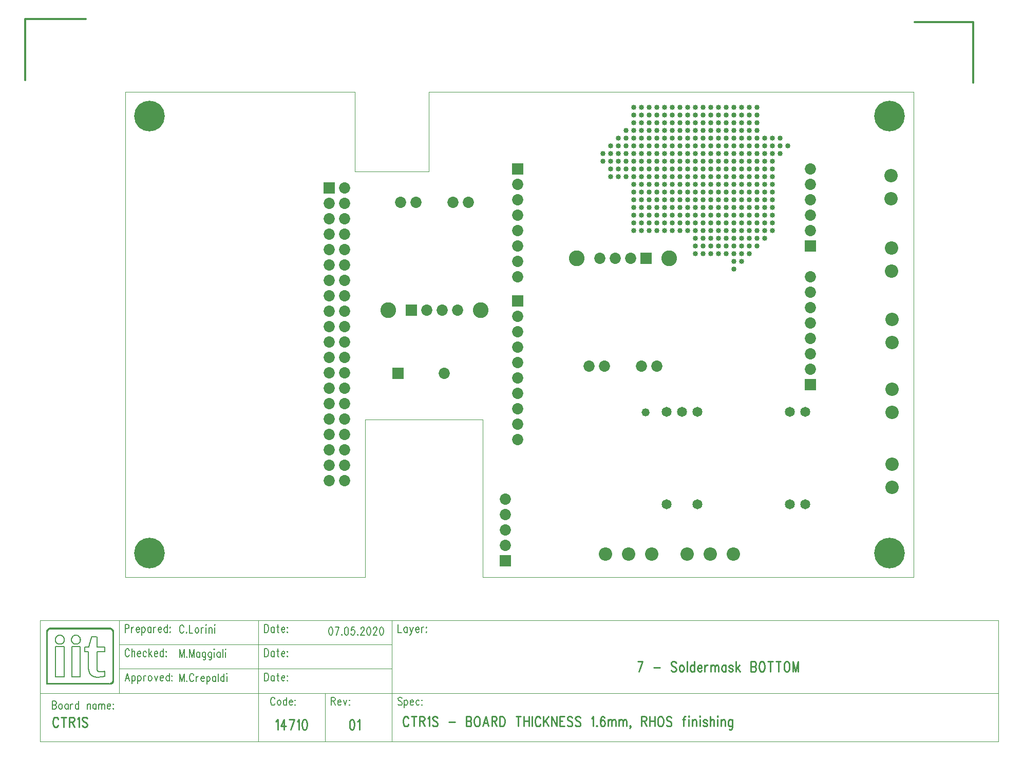
<source format=gbr>
*
*
G04 PADS VX.2.2 Build Number: 9893964 generated Gerber (RS-274-X) file*
G04 PC Version=2.1*
*
%IN "PCB_CTR1S_00.pcb"*%
*
%MOIN*%
*
%FSLAX35Y35*%
*
*
*
*
G04 PC Standard Apertures*
*
*
G04 Thermal Relief Aperture macro.*
%AMTER*
1,1,$1,0,0*
1,0,$1-$2,0,0*
21,0,$3,$4,0,0,45*
21,0,$3,$4,0,0,135*
%
*
*
G04 Annular Aperture macro.*
%AMANN*
1,1,$1,0,0*
1,0,$2,0,0*
%
*
*
G04 Odd Aperture macro.*
%AMODD*
1,1,$1,0,0*
1,0,$1-0.005,0,0*
%
*
*
G04 PC Custom Aperture Macros*
*
*
*
*
*
*
G04 PC Aperture Table*
*
%ADD010C,0.00394*%
%ADD014C,0.00591*%
%ADD016C,0.01*%
%ADD028C,0.001*%
%ADD032C,0.06499*%
%ADD037C,0.01181*%
%ADD052C,0.00787*%
%ADD056C,0.07287*%
%ADD058C,0.052*%
%ADD067C,0.00591*%
%ADD068C,0.00591*%
%ADD072C,0.19885*%
%ADD073R,0.07287X0.07287*%
%ADD074C,0.0335*%
%ADD080C,0.087*%
%ADD087C,0.102*%
*
*
*
*
G04 PC Circuitry*
G04 Layer Name PCB_CTR1S_00.pcb - circuitry*
%LPD*%
*
*
G04 PC Custom Flashes*
G04 Layer Name PCB_CTR1S_00.pcb - flashes*
%LPD*%
*
*
G04 PC Circuitry*
G04 Layer Name PCB_CTR1S_00.pcb - circuitry*
%LPD*%
*
G54D10*
G01X1749094Y1786941D02*
X1898307D01*
Y1735169*
X1946142*
Y1786941*
X2260906*
Y1471980*
X1981181*
Y1574375*
X1904803Y1574298*
Y1471980*
X1749094*
Y1786941*
X1694016Y1443965D02*
X2316063D01*
Y1365224*
X1694016*
Y1443965*
Y1396720D02*
X1745197D01*
Y1443965*
X1694016*
Y1396720*
X1745197Y1412469D02*
X1835748D01*
Y1428217*
X1745197*
Y1412469*
Y1396720D02*
X1835748D01*
Y1412469*
X1745197*
Y1396720*
X1922362D02*
X2316063D01*
Y1443965*
X1922362*
Y1396720*
Y1365224D02*
X2316063D01*
Y1396720*
X1922362*
Y1365224*
X1835748D02*
X1879055D01*
Y1396720*
X1835748*
Y1365224*
Y1428217D02*
X1922362D01*
Y1443965*
X1835748*
Y1428217*
Y1412469D02*
X1922362D01*
Y1428217*
X1835748*
Y1412469*
Y1396720D02*
X1922362D01*
Y1412469*
X1835748*
Y1396720*
G54D14*
X1749134Y1441258D02*
Y1436091D01*
Y1441258D02*
X1750744D01*
X1751281Y1441012*
X1751460Y1440766*
X1751639Y1440274*
Y1439535*
X1751460Y1439043*
X1751281Y1438797*
X1750744Y1438551*
X1749134*
X1753250Y1439535D02*
Y1436091D01*
Y1438059D02*
X1753429Y1438797D01*
X1753787Y1439289*
X1754145Y1439535*
X1754681*
X1756292Y1438059D02*
X1758440D01*
Y1438551*
X1758261Y1439043*
X1758082Y1439289*
X1757724Y1439535*
X1757187*
X1756829Y1439289*
X1756471Y1438797*
X1756292Y1438059*
Y1437567*
X1756471Y1436829*
X1756829Y1436337*
X1757187Y1436091*
X1757724*
X1758082Y1436337*
X1758440Y1436829*
X1760050Y1439535D02*
Y1434368D01*
Y1438797D02*
X1760408Y1439289D01*
X1760766Y1439535*
X1761303*
X1761661Y1439289*
X1762019Y1438797*
X1762198Y1438059*
Y1437567*
X1762019Y1436829*
X1761661Y1436337*
X1761303Y1436091*
X1760766*
X1760408Y1436337*
X1760050Y1436829*
X1765956Y1439535D02*
Y1436091D01*
Y1438797D02*
X1765598Y1439289D01*
X1765240Y1439535*
X1764703*
X1764345Y1439289*
X1763987Y1438797*
X1763808Y1438059*
Y1437567*
X1763987Y1436829*
X1764345Y1436337*
X1764703Y1436091*
X1765240*
X1765598Y1436337*
X1765956Y1436829*
X1767566Y1439535D02*
Y1436091D01*
Y1438059D02*
X1767745Y1438797D01*
X1768103Y1439289*
X1768461Y1439535*
X1768998*
X1770608Y1438059D02*
X1772756D01*
Y1438551*
X1772577Y1439043*
X1772398Y1439289*
X1772040Y1439535*
X1771503*
X1771145Y1439289*
X1770787Y1438797*
X1770608Y1438059*
Y1437567*
X1770787Y1436829*
X1771145Y1436337*
X1771503Y1436091*
X1772040*
X1772398Y1436337*
X1772756Y1436829*
X1776514Y1441258D02*
Y1436091D01*
Y1438797D02*
X1776156Y1439289D01*
X1775798Y1439535*
X1775261*
X1774903Y1439289*
X1774545Y1438797*
X1774366Y1438059*
Y1437567*
X1774545Y1436829*
X1774903Y1436337*
X1775261Y1436091*
X1775798*
X1776156Y1436337*
X1776514Y1436829*
X1778304Y1439535D02*
X1778125Y1439289D01*
X1778304Y1439043*
X1778482Y1439289*
X1778304Y1439535*
Y1436583D02*
X1778125Y1436337D01*
X1778304Y1436091*
X1778482Y1436337*
X1778304Y1436583*
X1751818Y1424280D02*
X1751639Y1424772D01*
X1751281Y1425264*
X1750923Y1425510*
X1750208*
X1749850Y1425264*
X1749492Y1424772*
X1749313Y1424280*
X1749134Y1423541*
Y1422311*
X1749313Y1421573*
X1749492Y1421081*
X1749850Y1420589*
X1750208Y1420343*
X1750923*
X1751281Y1420589*
X1751639Y1421081*
X1751818Y1421573*
X1753429Y1425510D02*
Y1420343D01*
Y1422803D02*
X1753966Y1423541D01*
X1754324Y1423787*
X1754860*
X1755218Y1423541*
X1755397Y1422803*
Y1420343*
X1757008Y1422311D02*
X1759155D01*
Y1422803*
X1758976Y1423295*
X1758797Y1423541*
X1758440Y1423787*
X1757903*
X1757545Y1423541*
X1757187Y1423049*
X1757008Y1422311*
Y1421819*
X1757187Y1421081*
X1757545Y1420589*
X1757903Y1420343*
X1758440*
X1758797Y1420589*
X1759155Y1421081*
X1762913Y1423049D02*
X1762555Y1423541D01*
X1762198Y1423787*
X1761661*
X1761303Y1423541*
X1760945Y1423049*
X1760766Y1422311*
Y1421819*
X1760945Y1421081*
X1761303Y1420589*
X1761661Y1420343*
X1762198*
X1762555Y1420589*
X1762913Y1421081*
X1764524Y1425510D02*
Y1420343D01*
X1766314Y1423787D02*
X1764524Y1421327D01*
X1765240Y1422311D02*
X1766492Y1420343D01*
X1768103Y1422311D02*
X1770251D01*
Y1422803*
X1770072Y1423295*
X1769893Y1423541*
X1769535Y1423787*
X1768998*
X1768640Y1423541*
X1768282Y1423049*
X1768103Y1422311*
Y1421819*
X1768282Y1421081*
X1768640Y1420589*
X1768998Y1420343*
X1769535*
X1769893Y1420589*
X1770251Y1421081*
X1774009Y1425510D02*
Y1420343D01*
Y1423049D02*
X1773651Y1423541D01*
X1773293Y1423787*
X1772756*
X1772398Y1423541*
X1772040Y1423049*
X1771861Y1422311*
Y1421819*
X1772040Y1421081*
X1772398Y1420589*
X1772756Y1420343*
X1773293*
X1773651Y1420589*
X1774009Y1421081*
X1775798Y1423787D02*
X1775619Y1423541D01*
X1775798Y1423295*
X1775977Y1423541*
X1775798Y1423787*
Y1420835D02*
X1775619Y1420589D01*
X1775798Y1420343*
X1775977Y1420589*
X1775798Y1420835*
X1750565Y1409762D02*
X1749134Y1404594D01*
X1750565Y1409762D02*
X1751997Y1404594D01*
X1749671Y1406317D02*
X1751460D01*
X1753608Y1408039D02*
Y1402872D01*
Y1407301D02*
X1753966Y1407793D01*
X1754324Y1408039*
X1754860*
X1755218Y1407793*
X1755576Y1407301*
X1755755Y1406563*
Y1406071*
X1755576Y1405333*
X1755218Y1404841*
X1754860Y1404594*
X1754324*
X1753966Y1404841*
X1753608Y1405333*
X1757366Y1408039D02*
Y1402872D01*
Y1407301D02*
X1757724Y1407793D01*
X1758082Y1408039*
X1758618*
X1758976Y1407793*
X1759334Y1407301*
X1759513Y1406563*
Y1406071*
X1759334Y1405333*
X1758976Y1404841*
X1758618Y1404594*
X1758082*
X1757724Y1404841*
X1757366Y1405333*
X1761124Y1408039D02*
Y1404594D01*
Y1406563D02*
X1761303Y1407301D01*
X1761661Y1407793*
X1762019Y1408039*
X1762555*
X1765061D02*
X1764703Y1407793D01*
X1764345Y1407301*
X1764166Y1406563*
Y1406071*
X1764345Y1405333*
X1764703Y1404841*
X1765061Y1404594*
X1765598*
X1765956Y1404841*
X1766314Y1405333*
X1766492Y1406071*
Y1406563*
X1766314Y1407301*
X1765956Y1407793*
X1765598Y1408039*
X1765061*
X1768103D02*
X1769177Y1404594D01*
X1770251Y1408039D02*
X1769177Y1404594D01*
X1771861Y1406563D02*
X1774009D01*
Y1407055*
X1773830Y1407547*
X1773651Y1407793*
X1773293Y1408039*
X1772756*
X1772398Y1407793*
X1772040Y1407301*
X1771861Y1406563*
Y1406071*
X1772040Y1405333*
X1772398Y1404841*
X1772756Y1404594*
X1773293*
X1773651Y1404841*
X1774009Y1405333*
X1777767Y1409762D02*
Y1404594D01*
Y1407301D02*
X1777409Y1407793D01*
X1777051Y1408039*
X1776514*
X1776156Y1407793*
X1775798Y1407301*
X1775619Y1406563*
Y1406071*
X1775798Y1405333*
X1776156Y1404841*
X1776514Y1404594*
X1777051*
X1777409Y1404841*
X1777767Y1405333*
X1779556Y1408039D02*
X1779377Y1407793D01*
X1779556Y1407547*
X1779735Y1407793*
X1779556Y1408039*
Y1405087D02*
X1779377Y1404841D01*
X1779556Y1404594*
X1779735Y1404841*
X1779556Y1405087*
X1787251Y1439634D02*
X1787072Y1440126D01*
X1786714Y1440618*
X1786356Y1440864*
X1785641*
X1785283Y1440618*
X1784925Y1440126*
X1784746Y1439634*
X1784567Y1438896*
Y1437665*
X1784746Y1436927*
X1784925Y1436435*
X1785283Y1435943*
X1785641Y1435697*
X1786356*
X1786714Y1435943*
X1787072Y1436435*
X1787251Y1436927*
X1789041Y1436189D02*
X1788862Y1435943D01*
X1789041Y1435697*
X1789220Y1435943*
X1789041Y1436189*
X1790830Y1440864D02*
Y1435697D01*
X1792978*
X1795483Y1439142D02*
X1795125Y1438896D01*
X1794767Y1438404*
X1794588Y1437665*
Y1437173*
X1794767Y1436435*
X1795125Y1435943*
X1795483Y1435697*
X1796020*
X1796378Y1435943*
X1796736Y1436435*
X1796915Y1437173*
Y1437665*
X1796736Y1438404*
X1796378Y1438896*
X1796020Y1439142*
X1795483*
X1798525D02*
Y1435697D01*
Y1437665D02*
X1798704Y1438404D01*
X1799062Y1438896*
X1799420Y1439142*
X1799957*
X1801568Y1440864D02*
X1801747Y1440618D01*
X1801926Y1440864*
X1801747Y1441110*
X1801568Y1440864*
X1801747Y1439142D02*
Y1435697D01*
X1803536Y1439142D02*
Y1435697D01*
Y1438157D02*
X1804073Y1438896D01*
X1804431Y1439142*
X1804968*
X1805326Y1438896*
X1805505Y1438157*
Y1435697*
X1807115Y1440864D02*
X1807294Y1440618D01*
X1807473Y1440864*
X1807294Y1441110*
X1807115Y1440864*
X1807294Y1439142D02*
Y1435697D01*
X1784567Y1425116D02*
Y1419949D01*
Y1425116D02*
X1785999Y1419949D01*
X1787430Y1425116D02*
X1785999Y1419949D01*
X1787430Y1425116D02*
Y1419949D01*
X1789220Y1420441D02*
X1789041Y1420195D01*
X1789220Y1419949*
X1789399Y1420195*
X1789220Y1420441*
X1791009Y1425116D02*
Y1419949D01*
Y1425116D02*
X1792441Y1419949D01*
X1793873Y1425116D02*
X1792441Y1419949D01*
X1793873Y1425116D02*
Y1419949D01*
X1797631Y1423394D02*
Y1419949D01*
Y1422656D02*
X1797273Y1423148D01*
X1796915Y1423394*
X1796378*
X1796020Y1423148*
X1795662Y1422656*
X1795483Y1421917*
Y1421425*
X1795662Y1420687*
X1796020Y1420195*
X1796378Y1419949*
X1796915*
X1797273Y1420195*
X1797631Y1420687*
X1801389Y1423394D02*
Y1419457D01*
X1801210Y1418719*
X1801031Y1418472*
X1800673Y1418226*
X1800136*
X1799778Y1418472*
X1801389Y1422656D02*
X1801031Y1423148D01*
X1800673Y1423394*
X1800136*
X1799778Y1423148*
X1799420Y1422656*
X1799241Y1421917*
Y1421425*
X1799420Y1420687*
X1799778Y1420195*
X1800136Y1419949*
X1800673*
X1801031Y1420195*
X1801389Y1420687*
X1805147Y1423394D02*
Y1419457D01*
X1804968Y1418719*
X1804789Y1418472*
X1804431Y1418226*
X1803894*
X1803536Y1418472*
X1805147Y1422656D02*
X1804789Y1423148D01*
X1804431Y1423394*
X1803894*
X1803536Y1423148*
X1803178Y1422656*
X1802999Y1421917*
Y1421425*
X1803178Y1420687*
X1803536Y1420195*
X1803894Y1419949*
X1804431*
X1804789Y1420195*
X1805147Y1420687*
X1806757Y1425116D02*
X1806936Y1424870D01*
X1807115Y1425116*
X1806936Y1425362*
X1806757Y1425116*
X1806936Y1423394D02*
Y1419949D01*
X1810873Y1423394D02*
Y1419949D01*
Y1422656D02*
X1810515Y1423148D01*
X1810157Y1423394*
X1809621*
X1809263Y1423148*
X1808905Y1422656*
X1808726Y1421917*
Y1421425*
X1808905Y1420687*
X1809263Y1420195*
X1809621Y1419949*
X1810157*
X1810515Y1420195*
X1810873Y1420687*
X1812484Y1425116D02*
Y1419949D01*
X1814094Y1425116D02*
X1814273Y1424870D01*
X1814452Y1425116*
X1814273Y1425362*
X1814094Y1425116*
X1814273Y1423394D02*
Y1419949D01*
X1926299Y1441258D02*
Y1436091D01*
X1928447*
X1932205Y1439535D02*
Y1436091D01*
Y1438797D02*
X1931847Y1439289D01*
X1931489Y1439535*
X1930952*
X1930594Y1439289*
X1930236Y1438797*
X1930057Y1438059*
Y1437567*
X1930236Y1436829*
X1930594Y1436337*
X1930952Y1436091*
X1931489*
X1931847Y1436337*
X1932205Y1436829*
X1933994Y1439535D02*
X1935068Y1436091D01*
X1936142Y1439535D02*
X1935068Y1436091D01*
X1934710Y1435106*
X1934352Y1434614*
X1933994Y1434368*
X1933815*
X1937752Y1438059D02*
X1939900D01*
Y1438551*
X1939721Y1439043*
X1939542Y1439289*
X1939184Y1439535*
X1938647*
X1938289Y1439289*
X1937931Y1438797*
X1937752Y1438059*
Y1437567*
X1937931Y1436829*
X1938289Y1436337*
X1938647Y1436091*
X1939184*
X1939542Y1436337*
X1939900Y1436829*
X1941510Y1439535D02*
Y1436091D01*
Y1438059D02*
X1941689Y1438797D01*
X1942047Y1439289*
X1942405Y1439535*
X1942942*
X1944732D02*
X1944553Y1439289D01*
X1944732Y1439043*
X1944911Y1439289*
X1944732Y1439535*
Y1436583D02*
X1944553Y1436337D01*
X1944732Y1436091*
X1944911Y1436337*
X1944732Y1436583*
X1701929Y1391463D02*
Y1386295D01*
Y1391463D02*
X1703540D01*
X1704077Y1391217*
X1704256Y1390970*
X1704434Y1390478*
X1704434D02*
Y1389986D01*
X1704434D02*
X1704256Y1389494D01*
X1704077Y1389248*
X1703540Y1389002*
X1701929D02*
X1703540D01*
X1704077Y1388756*
X1704256Y1388510*
X1704434Y1388018*
X1704434D02*
Y1387280D01*
X1704434D02*
X1704256Y1386787D01*
X1704077Y1386541*
X1703540Y1386295*
X1701929*
X1706940Y1389740D02*
X1706582Y1389494D01*
X1706224Y1389002*
X1706045Y1388264*
Y1387772*
X1706224Y1387033*
X1706582Y1386541*
X1706940Y1386295*
X1707477*
X1707835Y1386541*
X1708193Y1387033*
X1708372Y1387772*
Y1388264*
X1708193Y1389002*
X1707835Y1389494*
X1707477Y1389740*
X1706940*
X1712130D02*
Y1386295D01*
Y1389002D02*
X1711772Y1389494D01*
X1711414Y1389740*
X1710877*
X1710519Y1389494*
X1710161Y1389002*
X1709982Y1388264*
Y1387772*
X1710161Y1387033*
X1710519Y1386541*
X1710877Y1386295*
X1711414*
X1711772Y1386541*
X1712130Y1387033*
X1713740Y1389740D02*
Y1386295D01*
Y1388264D02*
X1713919Y1389002D01*
X1714277Y1389494*
X1714635Y1389740*
X1715172*
X1718930Y1391463D02*
Y1386295D01*
Y1389002D02*
X1718572Y1389494D01*
X1718214Y1389740*
X1717677*
X1717319Y1389494*
X1716961Y1389002*
X1716782Y1388264*
Y1387772*
X1716961Y1387033*
X1717319Y1386541*
X1717677Y1386295*
X1718214*
X1718572Y1386541*
X1718930Y1387033*
X1724656Y1389740D02*
Y1386295D01*
Y1388756D02*
X1725193Y1389494D01*
X1725551Y1389740*
X1726088*
X1726446Y1389494*
X1726625Y1388756*
Y1386295*
X1730383Y1389740D02*
Y1386295D01*
Y1389002D02*
X1730025Y1389494D01*
X1729667Y1389740*
X1729130*
X1728772Y1389494*
X1728414Y1389002*
X1728236Y1388264*
X1728236D02*
Y1387772D01*
X1728236D02*
X1728414Y1387033D01*
X1728772Y1386541*
X1729130Y1386295*
X1729667*
X1730025Y1386541*
X1730383Y1387033*
X1731994Y1389740D02*
Y1386295D01*
Y1388756D02*
X1732530Y1389494D01*
X1732888Y1389740*
X1733425*
X1733783Y1389494*
X1733962Y1388756*
Y1386295*
Y1388756D02*
X1734499Y1389494D01*
X1734857Y1389740*
X1735394*
X1735752Y1389494*
X1735931Y1388756*
Y1386295*
X1737541Y1388264D02*
X1739689D01*
Y1388756*
X1739510Y1389248*
X1739331Y1389494*
X1738973Y1389740*
X1738436*
X1738078Y1389494*
X1737720Y1389002*
X1737541Y1388264*
Y1387772*
X1737720Y1387033*
X1738078Y1386541*
X1738436Y1386295*
X1738973*
X1739331Y1386541*
X1739689Y1387033*
X1741478Y1389740D02*
X1741299Y1389494D01*
X1741478Y1389248*
X1741657Y1389494*
X1741478Y1389740*
Y1386787D02*
X1741299Y1386541D01*
X1741478Y1386295*
X1741657Y1386541*
X1741478Y1386787*
X1846306Y1392783D02*
X1846127Y1393276D01*
X1845770Y1393768*
X1845412Y1394014*
X1844696*
X1844338Y1393768*
X1843980Y1393276*
X1843801Y1392783*
X1843622Y1392045*
Y1390815*
X1843801Y1390077*
X1843980Y1389585*
X1844338Y1389093*
X1844696Y1388846*
X1845412*
X1845770Y1389093*
X1846127Y1389585*
X1846306Y1390077*
X1848812Y1392291D02*
X1848454Y1392045D01*
X1848096Y1391553*
X1847917Y1390815*
Y1390323*
X1848096Y1389585*
X1848454Y1389093*
X1848812Y1388846*
X1849349*
X1849707Y1389093*
X1850064Y1389585*
X1850243Y1390323*
Y1390815*
X1850064Y1391553*
X1849707Y1392045*
X1849349Y1392291*
X1848812*
X1854001Y1394014D02*
Y1388846D01*
Y1391553D02*
X1853644Y1392045D01*
X1853286Y1392291*
X1852749*
X1852391Y1392045*
X1852033Y1391553*
X1851854Y1390815*
Y1390323*
X1852033Y1389585*
X1852391Y1389093*
X1852749Y1388846*
X1853286*
X1853644Y1389093*
X1854001Y1389585*
X1855612Y1390815D02*
X1857759D01*
Y1391307*
X1857581Y1391799*
X1857402Y1392045*
X1857044Y1392291*
X1856507*
X1856149Y1392045*
X1855791Y1391553*
X1855612Y1390815*
Y1390323*
X1855791Y1389585*
X1856149Y1389093*
X1856507Y1388846*
X1857044*
X1857402Y1389093*
X1857759Y1389585*
X1859549Y1392291D02*
X1859370Y1392045D01*
X1859549Y1391799*
X1859728Y1392045*
X1859549Y1392291*
Y1389339D02*
X1859370Y1389093D01*
X1859549Y1388846*
X1859728Y1389093*
X1859549Y1389339*
X1882992Y1394014D02*
Y1388846D01*
Y1394014D02*
X1884603D01*
X1885140Y1393768*
X1885319Y1393522*
X1885497Y1393030*
Y1392537*
X1885319Y1392045*
X1885140Y1391799*
X1884603Y1391553*
X1882992*
X1884245D02*
X1885497Y1388846D01*
X1887108Y1390815D02*
X1889256D01*
Y1391307*
X1889077Y1391799*
X1888898Y1392045*
X1888540Y1392291*
X1888003*
X1887645Y1392045*
X1887287Y1391553*
X1887108Y1390815*
Y1390323*
X1887287Y1389585*
X1887645Y1389093*
X1888003Y1388846*
X1888540*
X1888898Y1389093*
X1889256Y1389585*
X1890866Y1392291D02*
X1891940Y1388846D01*
X1893014Y1392291D02*
X1891940Y1388846D01*
X1894803Y1392291D02*
X1894624Y1392045D01*
X1894803Y1391799*
X1894982Y1392045*
X1894803Y1392291*
Y1389339D02*
X1894624Y1389093D01*
X1894803Y1388846*
X1894982Y1389093*
X1894803Y1389339*
X1928805Y1393276D02*
X1928447Y1393768D01*
X1927910Y1394014*
X1927194*
X1926657Y1393768*
X1926299Y1393276*
Y1392783*
X1926478Y1392291*
X1926657Y1392045*
X1927015Y1391799*
X1928089Y1391307*
X1928447Y1391061*
X1928626Y1390815*
X1928805Y1390323*
Y1389585*
X1928447Y1389093*
X1927910Y1388846*
X1927194*
X1926657Y1389093*
X1926299Y1389585*
X1930415Y1392291D02*
Y1387124D01*
Y1391553D02*
X1930773Y1392045D01*
X1931131Y1392291*
X1931668*
X1932026Y1392045*
X1932384Y1391553*
X1932563Y1390815*
Y1390323*
X1932384Y1389585*
X1932026Y1389093*
X1931668Y1388846*
X1931131*
X1930773Y1389093*
X1930415Y1389585*
X1934173Y1390815D02*
X1936321D01*
Y1391307*
X1936142Y1391799*
X1935963Y1392045*
X1935605Y1392291*
X1935068*
X1934710Y1392045*
X1934352Y1391553*
X1934173Y1390815*
Y1390323*
X1934352Y1389585*
X1934710Y1389093*
X1935068Y1388846*
X1935605*
X1935963Y1389093*
X1936321Y1389585*
X1940079Y1391553D02*
X1939721Y1392045D01*
X1939363Y1392291*
X1938826*
X1938468Y1392045*
X1938110Y1391553*
X1937931Y1390815*
Y1390323*
X1938110Y1389585*
X1938468Y1389093*
X1938826Y1388846*
X1939363*
X1939721Y1389093*
X1940079Y1389585*
X1941868Y1392291D02*
X1941689Y1392045D01*
X1941868Y1391799*
X1942047Y1392045*
X1941868Y1392291*
Y1389339D02*
X1941689Y1389093D01*
X1941868Y1388846*
X1942047Y1389093*
X1941868Y1389339*
X1839685Y1441258D02*
Y1436091D01*
Y1441258D02*
X1840938D01*
X1841475Y1441012*
X1841832Y1440520*
X1842011Y1440028*
X1842190Y1439289*
Y1438059*
X1842011Y1437321*
X1841832Y1436829*
X1841475Y1436337*
X1840938Y1436091*
X1839685*
X1845948Y1439535D02*
Y1436091D01*
Y1438797D02*
X1845591Y1439289D01*
X1845233Y1439535*
X1844696*
X1844338Y1439289*
X1843980Y1438797*
X1843801Y1438059*
Y1437567*
X1843980Y1436829*
X1844338Y1436337*
X1844696Y1436091*
X1845233*
X1845591Y1436337*
X1845948Y1436829*
X1848096Y1441258D02*
Y1437075D01*
X1848275Y1436337*
X1848633Y1436091*
X1848991*
X1847559Y1439535D02*
X1848812D01*
X1850601Y1438059D02*
X1852749D01*
Y1438551*
X1852570Y1439043*
X1852391Y1439289*
X1852033Y1439535*
X1851496*
X1851138Y1439289*
X1850780Y1438797*
X1850601Y1438059*
Y1437567*
X1850780Y1436829*
X1851138Y1436337*
X1851496Y1436091*
X1852033*
X1852391Y1436337*
X1852749Y1436829*
X1854538Y1439535D02*
X1854359Y1439289D01*
X1854538Y1439043*
X1854717Y1439289*
X1854538Y1439535*
Y1436583D02*
X1854359Y1436337D01*
X1854538Y1436091*
X1854717Y1436337*
X1854538Y1436583*
X1839685Y1425510D02*
Y1420343D01*
Y1425510D02*
X1840938D01*
X1841475Y1425264*
X1841832Y1424772*
X1842011Y1424280*
X1842190Y1423541*
Y1422311*
X1842011Y1421573*
X1841832Y1421081*
X1841475Y1420589*
X1840938Y1420343*
X1839685*
X1845948Y1423787D02*
Y1420343D01*
Y1423049D02*
X1845591Y1423541D01*
X1845233Y1423787*
X1844696*
X1844338Y1423541*
X1843980Y1423049*
X1843801Y1422311*
Y1421819*
X1843980Y1421081*
X1844338Y1420589*
X1844696Y1420343*
X1845233*
X1845591Y1420589*
X1845948Y1421081*
X1848096Y1425510D02*
Y1421327D01*
X1848275Y1420589*
X1848633Y1420343*
X1848991*
X1847559Y1423787D02*
X1848812D01*
X1850601Y1422311D02*
X1852749D01*
Y1422803*
X1852570Y1423295*
X1852391Y1423541*
X1852033Y1423787*
X1851496*
X1851138Y1423541*
X1850780Y1423049*
X1850601Y1422311*
Y1421819*
X1850780Y1421081*
X1851138Y1420589*
X1851496Y1420343*
X1852033*
X1852391Y1420589*
X1852749Y1421081*
X1854538Y1423787D02*
X1854359Y1423541D01*
X1854538Y1423295*
X1854717Y1423541*
X1854538Y1423787*
Y1420835D02*
X1854359Y1420589D01*
X1854538Y1420343*
X1854717Y1420589*
X1854538Y1420835*
X1839685Y1409762D02*
Y1404594D01*
Y1409762D02*
X1840938D01*
X1841475Y1409516*
X1841832Y1409024*
X1842011Y1408532*
X1842011D02*
X1842190Y1407793D01*
Y1406563*
X1842011Y1405825*
X1841832Y1405333*
X1841475Y1404841*
X1840938Y1404594*
X1839685*
X1845948Y1408039D02*
Y1404594D01*
Y1407301D02*
X1845591Y1407793D01*
X1845233Y1408039*
X1844696*
X1844338Y1407793*
X1843980Y1407301*
X1843801Y1406563*
Y1406071*
X1843980Y1405333*
X1844338Y1404841*
X1844696Y1404594*
X1845233*
X1845591Y1404841*
X1845948Y1405333*
X1848096Y1409762D02*
Y1405579D01*
X1848275Y1404841*
X1848633Y1404594*
X1848991*
X1847559Y1408039D02*
X1848812D01*
X1850601Y1406563D02*
X1852749D01*
Y1407055*
X1852570Y1407547*
X1852391Y1407793*
X1852033Y1408039*
X1851496*
X1851138Y1407793*
X1850780Y1407301*
X1850601Y1406563*
Y1406071*
X1850780Y1405333*
X1851138Y1404841*
X1851496Y1404594*
X1852033*
X1852391Y1404841*
X1852749Y1405333*
X1854538Y1408039D02*
X1854359Y1407793D01*
X1854538Y1407547*
X1854717Y1407793*
X1854538Y1408039*
Y1405087D02*
X1854359Y1404841D01*
X1854538Y1404594*
X1854717Y1404841*
X1854538Y1405087*
G54D16*
X2084953Y1417125D02*
X2082681Y1410563D01*
X2081772Y1417125D02*
X2084953D01*
X2092226Y1413375D02*
X2096317D01*
X2106772Y1416188D02*
X2106317Y1416813D01*
X2105635Y1417125*
X2104726*
X2104044Y1416813*
X2103590Y1416188*
Y1415563*
X2103817Y1414938*
X2104044Y1414625*
X2104499Y1414313*
X2105863Y1413688*
X2106317Y1413375*
X2106544Y1413063*
X2106772Y1412438*
Y1411500*
X2106317Y1410875*
X2105635Y1410563*
X2104726*
X2104044Y1410875*
X2103590Y1411500*
X2109953Y1414938D02*
X2109499Y1414625D01*
X2109044Y1414000*
X2108817Y1413063*
Y1412438*
X2109044Y1411500*
X2109499Y1410875*
X2109953Y1410563*
X2110635*
X2111090Y1410875*
X2111544Y1411500*
X2111772Y1412438*
Y1413063*
X2111544Y1414000*
X2111090Y1414625*
X2110635Y1414938*
X2109953*
X2113817Y1417125D02*
Y1410563D01*
X2118590Y1417125D02*
Y1410563D01*
Y1414000D02*
X2118135Y1414625D01*
X2117681Y1414938*
X2116999*
X2116544Y1414625*
X2116090Y1414000*
X2115863Y1413063*
Y1412438*
X2116090Y1411500*
X2116544Y1410875*
X2116999Y1410563*
X2117681*
X2118135Y1410875*
X2118590Y1411500*
X2120635Y1413063D02*
X2123363D01*
Y1413688*
X2123135Y1414313*
X2122908Y1414625*
X2122453Y1414938*
X2121772*
X2121317Y1414625*
X2120863Y1414000*
X2120635Y1413063*
Y1412438*
X2120863Y1411500*
X2121317Y1410875*
X2121772Y1410563*
X2122453*
X2122908Y1410875*
X2123363Y1411500*
X2125408Y1414938D02*
Y1410563D01*
Y1413063D02*
X2125635Y1414000D01*
X2126090Y1414625*
X2126544Y1414938*
X2127226*
X2129272D02*
Y1410563D01*
Y1413688D02*
X2129953Y1414625D01*
X2130408Y1414938*
X2131090*
X2131544Y1414625*
X2131772Y1413688*
Y1410563*
Y1413688D02*
X2132453Y1414625D01*
X2132908Y1414938*
X2133590*
X2134044Y1414625*
X2134272Y1413688*
Y1410563*
X2139044Y1414938D02*
Y1410563D01*
Y1414000D02*
X2138590Y1414625D01*
X2138135Y1414938*
X2137453*
X2136999Y1414625*
X2136544Y1414000*
X2136317Y1413063*
Y1412438*
X2136544Y1411500*
X2136999Y1410875*
X2137453Y1410563*
X2138135*
X2138590Y1410875*
X2139044Y1411500*
X2143590Y1414000D02*
X2143363Y1414625D01*
X2142681Y1414938*
X2141999*
X2141317Y1414625*
X2141090Y1414000*
X2141317Y1413375*
X2141772Y1413063*
X2142908Y1412750*
X2143363Y1412438*
X2143590Y1411813*
Y1411500*
X2143363Y1410875*
X2142681Y1410563*
X2141999*
X2141317Y1410875*
X2141090Y1411500*
X2145635Y1417125D02*
Y1410563D01*
X2147908Y1414938D02*
X2145635Y1411813D01*
X2146544Y1413063D02*
X2148135Y1410563D01*
X2155408Y1417125D02*
Y1410563D01*
Y1417125D02*
X2157453D01*
X2158135Y1416813*
X2158363Y1416500*
X2158590Y1415875*
Y1415250*
X2158363Y1414625*
X2158135Y1414313*
X2157453Y1414000*
X2155408D02*
X2157453D01*
X2158135Y1413688*
X2158363Y1413375*
X2158590Y1412750*
Y1411813*
X2158363Y1411188*
X2158135Y1410875*
X2157453Y1410563*
X2155408*
X2161999Y1417125D02*
X2161544Y1416813D01*
X2161090Y1416188*
X2160863Y1415563*
X2160635Y1414625*
Y1413063*
X2160863Y1412125*
X2161090Y1411500*
X2161544Y1410875*
X2161999Y1410563*
X2162908*
X2163363Y1410875*
X2163817Y1411500*
X2164044Y1412125*
X2164272Y1413063*
Y1414625*
X2164044Y1415563*
X2163817Y1416188*
X2163363Y1416813*
X2162908Y1417125*
X2161999*
X2167908D02*
Y1410563D01*
X2166317Y1417125D02*
X2169499D01*
X2173135D02*
Y1410563D01*
X2171544Y1417125D02*
X2174726D01*
X2178135D02*
X2177681Y1416813D01*
X2177226Y1416188*
X2176999Y1415563*
X2176772Y1414625*
Y1413063*
X2176999Y1412125*
X2177226Y1411500*
X2177681Y1410875*
X2178135Y1410563*
X2179044*
X2179499Y1410875*
X2179953Y1411500*
X2180181Y1412125*
X2180408Y1413063*
Y1414625*
X2180181Y1415563*
X2179953Y1416188*
X2179499Y1416813*
X2179044Y1417125*
X2178135*
X2182453D02*
Y1410563D01*
Y1417125D02*
X2184272Y1410563D01*
X2186090Y1417125D02*
X2184272Y1410563D01*
X2186090Y1417125D02*
Y1410563D01*
X1933015Y1380130D02*
X1932788Y1380755D01*
X1932334Y1381380*
X1931879Y1381692*
X1930970*
X1930515Y1381380*
X1930061Y1380755*
X1929834Y1380130*
X1929606Y1379192*
Y1377630*
X1929834Y1376692*
X1930061Y1376067*
X1930515Y1375442*
X1930970Y1375130*
X1931879*
X1932334Y1375442*
X1932788Y1376067*
X1933015Y1376692*
X1936652Y1381692D02*
Y1375130D01*
X1935061Y1381692D02*
X1938243D01*
X1940288D02*
Y1375130D01*
Y1381692D02*
X1942334D01*
X1943015Y1381380*
X1943243Y1381067*
X1943470Y1380442*
Y1379817*
X1943243Y1379192*
X1943015Y1378880*
X1942334Y1378567*
X1940288*
X1941879D02*
X1943470Y1375130D01*
X1945515Y1380442D02*
X1945970Y1380755D01*
X1946652Y1381692*
Y1375130*
X1951879Y1380755D02*
X1951424Y1381380D01*
X1950743Y1381692*
X1949834*
X1949152Y1381380*
X1948697Y1380755*
Y1380130*
X1948924Y1379505*
X1949152Y1379192*
X1949606Y1378880*
X1950970Y1378255*
X1951424Y1377942*
X1951652Y1377630*
X1951879Y1377005*
Y1376067*
X1951424Y1375442*
X1950743Y1375130*
X1949834*
X1949152Y1375442*
X1948697Y1376067*
X1959152Y1377942D02*
X1963243D01*
X1970515Y1381692D02*
Y1375130D01*
Y1381692D02*
X1972561D01*
X1973243Y1381380*
X1973470Y1381067*
X1973697Y1380442*
Y1379817*
X1973470Y1379192*
X1973243Y1378880*
X1972561Y1378567*
X1970515D02*
X1972561D01*
X1973243Y1378255*
X1973470Y1377942*
X1973697Y1377317*
Y1376380*
X1973470Y1375755*
X1973243Y1375442*
X1972561Y1375130*
X1970515*
X1977106Y1381692D02*
X1976652Y1381380D01*
X1976197Y1380755*
X1975970Y1380130*
X1975743Y1379192*
Y1377630*
X1975970Y1376692*
X1976197Y1376067*
X1976652Y1375442*
X1977106Y1375130*
X1978015*
X1978470Y1375442*
X1978924Y1376067*
X1979152Y1376692*
X1979379Y1377630*
Y1379192*
X1979152Y1380130*
X1978924Y1380755*
X1978470Y1381380*
X1978015Y1381692*
X1977106*
X1983243D02*
X1981424Y1375130D01*
X1983243Y1381692D02*
X1985061Y1375130D01*
X1982106Y1377317D02*
X1984379D01*
X1987106Y1381692D02*
Y1375130D01*
Y1381692D02*
X1989152D01*
X1989834Y1381380*
X1990061Y1381067*
X1990288Y1380442*
Y1379817*
X1990061Y1379192*
X1989834Y1378880*
X1989152Y1378567*
X1987106*
X1988697D02*
X1990288Y1375130D01*
X1992334Y1381692D02*
Y1375130D01*
Y1381692D02*
X1993924D01*
X1994606Y1381380*
X1995061Y1380755*
X1995288Y1380130*
X1995515Y1379192*
Y1377630*
X1995288Y1376692*
X1995061Y1376067*
X1994606Y1375442*
X1993924Y1375130*
X1992334*
X2004379Y1381692D02*
Y1375130D01*
X2002788Y1381692D02*
X2005970D01*
X2008015D02*
Y1375130D01*
X2011197Y1381692D02*
Y1375130D01*
X2008015Y1378567D02*
X2011197D01*
X2013243Y1381692D02*
Y1375130D01*
X2018697Y1380130D02*
X2018470Y1380755D01*
X2018015Y1381380*
X2017561Y1381692*
X2016652*
X2016197Y1381380*
X2015743Y1380755*
X2015515Y1380130*
X2015288Y1379192*
Y1377630*
X2015515Y1376692*
X2015743Y1376067*
X2016197Y1375442*
X2016652Y1375130*
X2017561*
X2018015Y1375442*
X2018470Y1376067*
X2018697Y1376692*
X2020743Y1381692D02*
Y1375130D01*
X2023924Y1381692D02*
X2020743Y1377317D01*
X2021879Y1378880D02*
X2023924Y1375130D01*
X2025970Y1381692D02*
Y1375130D01*
Y1381692D02*
X2029152Y1375130D01*
Y1381692D02*
Y1375130D01*
X2031197Y1381692D02*
Y1375130D01*
Y1381692D02*
X2034152D01*
X2031197Y1378567D02*
X2033015D01*
X2031197Y1375130D02*
X2034152D01*
X2039379Y1380755D02*
X2038924Y1381380D01*
X2038243Y1381692*
X2037334*
X2036652Y1381380*
X2036197Y1380755*
Y1380130*
X2036424Y1379505*
X2036652Y1379192*
X2037106Y1378880*
X2038470Y1378255*
X2038924Y1377942*
X2039152Y1377630*
X2039379Y1377005*
Y1376067*
X2038924Y1375442*
X2038243Y1375130*
X2037334*
X2036652Y1375442*
X2036197Y1376067*
X2044606Y1380755D02*
X2044152Y1381380D01*
X2043470Y1381692*
X2042561*
X2041879Y1381380*
X2041424Y1380755*
Y1380130*
X2041652Y1379505*
X2041879Y1379192*
X2042334Y1378880*
X2043697Y1378255*
X2044152Y1377942*
X2044379Y1377630*
X2044606Y1377005*
Y1376067*
X2044152Y1375442*
X2043470Y1375130*
X2042561*
X2041879Y1375442*
X2041424Y1376067*
X2051879Y1380442D02*
X2052334Y1380755D01*
X2053015Y1381692*
Y1375130*
X2055288Y1375755D02*
X2055061Y1375442D01*
X2055288Y1375130*
X2055515Y1375442*
X2055288Y1375755*
X2060288Y1380755D02*
X2060061Y1381380D01*
X2059379Y1381692*
X2058924*
X2058243Y1381380*
X2057788Y1380442*
X2057561Y1378880*
Y1377317*
X2057788Y1376067*
X2058243Y1375442*
X2058924Y1375130*
X2059152*
X2059834Y1375442*
X2060288Y1376067*
X2060515Y1377005*
Y1377317*
X2060288Y1378255*
X2059834Y1378880*
X2059152Y1379192*
X2058924*
X2058243Y1378880*
X2057788Y1378255*
X2057561Y1377317*
X2062561Y1379505D02*
Y1375130D01*
Y1378255D02*
X2063243Y1379192D01*
X2063697Y1379505*
X2064379*
X2064834Y1379192*
X2065061Y1378255*
Y1375130*
Y1378255D02*
X2065743Y1379192D01*
X2066197Y1379505*
X2066879*
X2067334Y1379192*
X2067561Y1378255*
Y1375130*
X2069606Y1379505D02*
Y1375130D01*
Y1378255D02*
X2070288Y1379192D01*
X2070743Y1379505*
X2071424*
X2071879Y1379192*
X2072106Y1378255*
Y1375130*
Y1378255D02*
X2072788Y1379192D01*
X2073243Y1379505*
X2073924*
X2074379Y1379192*
X2074606Y1378255*
Y1375130*
X2077106Y1375442D02*
X2076879Y1375130D01*
X2076652Y1375442*
X2076879Y1375755*
X2077106Y1375442*
Y1374817*
X2076879Y1374192*
X2076652Y1373880*
X2084379Y1381692D02*
Y1375130D01*
Y1381692D02*
X2086424D01*
X2087106Y1381380*
X2087334Y1381067*
X2087561Y1380442*
Y1379817*
X2087334Y1379192*
X2087106Y1378880*
X2086424Y1378567*
X2084379*
X2085970D02*
X2087561Y1375130D01*
X2089606Y1381692D02*
Y1375130D01*
X2092788Y1381692D02*
Y1375130D01*
X2089606Y1378567D02*
X2092788D01*
X2096197Y1381692D02*
X2095743Y1381380D01*
X2095288Y1380755*
X2095061Y1380130*
X2094834Y1379192*
Y1377630*
X2095061Y1376692*
X2095288Y1376067*
X2095743Y1375442*
X2096197Y1375130*
X2097106*
X2097561Y1375442*
X2098015Y1376067*
X2098243Y1376692*
X2098470Y1377630*
Y1379192*
X2098243Y1380130*
X2098015Y1380755*
X2097561Y1381380*
X2097106Y1381692*
X2096197*
X2103697Y1380755D02*
X2103243Y1381380D01*
X2102561Y1381692*
X2101652*
X2100970Y1381380*
X2100515Y1380755*
Y1380130*
X2100743Y1379505*
X2100970Y1379192*
X2101424Y1378880*
X2102788Y1378255*
X2103243Y1377942*
X2103470Y1377630*
X2103697Y1377005*
Y1376067*
X2103243Y1375442*
X2102561Y1375130*
X2101652*
X2100970Y1375442*
X2100515Y1376067*
X2112788Y1381692D02*
X2112334D01*
X2111879Y1381380*
X2111652Y1380442*
Y1375130*
X2110970Y1379505D02*
X2112561D01*
X2114834Y1381692D02*
X2115061Y1381380D01*
X2115288Y1381692*
X2115061Y1382005*
X2114834Y1381692*
X2115061Y1379505D02*
Y1375130D01*
X2117334Y1379505D02*
Y1375130D01*
Y1378255D02*
X2118015Y1379192D01*
X2118470Y1379505*
X2119152*
X2119606Y1379192*
X2119834Y1378255*
Y1375130*
X2121879Y1381692D02*
X2122106Y1381380D01*
X2122334Y1381692*
X2122106Y1382005*
X2121879Y1381692*
X2122106Y1379505D02*
Y1375130D01*
X2126879Y1378567D02*
X2126652Y1379192D01*
X2125970Y1379505*
X2125288*
X2124606Y1379192*
X2124379Y1378567*
X2124606Y1377942*
X2125061Y1377630*
X2126197Y1377317*
X2126652Y1377005*
X2126879Y1376380*
Y1376067*
X2126652Y1375442*
X2125970Y1375130*
X2125288*
X2124606Y1375442*
X2124379Y1376067*
X2128924Y1381692D02*
Y1375130D01*
Y1378255D02*
X2129606Y1379192D01*
X2130061Y1379505*
X2130743*
X2131197Y1379192*
X2131424Y1378255*
Y1375130*
X2133470Y1381692D02*
X2133697Y1381380D01*
X2133924Y1381692*
X2133697Y1382005*
X2133470Y1381692*
X2133697Y1379505D02*
Y1375130D01*
X2135970Y1379505D02*
Y1375130D01*
Y1378255D02*
X2136652Y1379192D01*
X2137106Y1379505*
X2137788*
X2138243Y1379192*
X2138470Y1378255*
Y1375130*
X2143243Y1379505D02*
Y1374505D01*
X2143015Y1373567*
X2142788Y1373255*
X2142334Y1372942*
X2141652*
X2141197Y1373255*
X2143243Y1378567D02*
X2142788Y1379192D01*
X2142334Y1379505*
X2141652*
X2141197Y1379192*
X2140743Y1378567*
X2140515Y1377630*
Y1377005*
X2140743Y1376067*
X2141197Y1375442*
X2141652Y1375130*
X2142334*
X2142788Y1375442*
X2143243Y1376067*
X1705653Y1379539D02*
X1705426Y1380164D01*
X1704971Y1380789*
X1704517Y1381102*
X1703608*
X1703153Y1380789*
X1702699Y1380164*
X1702471Y1379539*
X1702244Y1378602*
Y1377039*
X1702471Y1376102*
X1702699Y1375477*
X1703153Y1374852*
X1703608Y1374539*
X1704517*
X1704971Y1374852*
X1705426Y1375477*
X1705653Y1376102*
X1709290Y1381102D02*
Y1374539D01*
X1707699Y1381102D02*
X1710880D01*
X1712926D02*
Y1374539D01*
Y1381102D02*
X1714971D01*
X1715653Y1380789*
X1715880Y1380477*
X1716108Y1379852*
Y1379227*
X1715880Y1378602*
X1715653Y1378289*
X1714971Y1377977*
X1712926*
X1714517D02*
X1716108Y1374539D01*
X1718153Y1379852D02*
X1718608Y1380164D01*
X1719290Y1381102*
Y1374539*
X1724517Y1380164D02*
X1724062Y1380789D01*
X1723380Y1381102*
X1722471*
X1721790Y1380789*
X1721335Y1380164*
Y1379539*
X1721562Y1378914*
X1721790Y1378602*
X1722244Y1378289*
X1723608Y1377664*
X1724062Y1377352*
X1724290Y1377039*
X1724517Y1376414*
Y1375477*
X1724062Y1374852*
X1723380Y1374539*
X1722471*
X1721790Y1374852*
X1721335Y1375477*
X1846969Y1378411D02*
X1847423Y1378723D01*
X1848105Y1379661*
Y1373098*
X1852423Y1379661D02*
X1850150Y1375286D01*
X1853559*
X1852423Y1379661D02*
Y1373098D01*
X1858787Y1379661D02*
X1856514Y1373098D01*
X1855605Y1379661D02*
X1858787D01*
X1860832Y1378411D02*
X1861287Y1378723D01*
X1861969Y1379661*
X1861969D02*
Y1373098D01*
X1865378Y1379661D02*
X1864696Y1379348D01*
X1864241Y1378411*
X1864014Y1376848*
Y1375911*
X1864241Y1374348*
X1864696Y1373411*
X1865378Y1373098*
X1865832*
X1866514Y1373411*
X1866969Y1374348*
X1866969D02*
X1867196Y1375911D01*
Y1376848*
X1866969Y1378411*
X1866969D02*
X1866514Y1379348D01*
X1865832Y1379661*
X1865378*
X1896167D02*
X1895485Y1379348D01*
X1895030Y1378411*
X1894803Y1376848*
Y1375911*
X1895030Y1374348*
X1895485Y1373411*
X1896167Y1373098*
X1896621*
X1897303Y1373411*
X1897758Y1374348*
X1897985Y1375911*
Y1376848*
X1897758Y1378411*
X1897303Y1379348*
X1896621Y1379661*
X1896167*
X1900030Y1378411D02*
X1900485Y1378723D01*
X1901167Y1379661*
Y1373098*
G54D28*
G54D32*
X2190551Y1579146D03*
X2180551D03*
X2120551D03*
X2110551D03*
X2100551D03*
Y1519146D03*
X2120551D03*
X2180551D03*
X2190551D03*
G54D37*
X1684331Y1794618D02*
Y1833988D01*
Y1834382D02*
X1723701D01*
X2261496Y1832413D02*
X2299685D01*
Y1793043*
G54D52*
X1725512Y1426642D02*
X1725557Y1426807D01*
X1725557D02*
X1725603Y1426971D01*
X1725648Y1427136*
X1725694Y1427301*
X1725739Y1427465*
X1725785Y1427630*
X1725831Y1427795*
X1725877Y1427959*
X1725923Y1428124*
X1725969Y1428289*
X1726015Y1428453*
X1726061Y1428618*
X1726107Y1428782*
X1726153Y1428947*
X1726199Y1429112*
X1726199D02*
X1726245Y1429276D01*
X1726291Y1429441*
X1726337Y1429605*
X1726383Y1429770*
X1726429Y1429934*
X1726475Y1430099*
X1726521Y1430264*
X1726566Y1430428*
X1726612Y1430593*
X1726658Y1430758*
X1726704Y1430922*
X1726704D02*
X1726749Y1431087D01*
X1726794Y1431252*
X1726840Y1431417*
X1726885Y1431582*
X1726930Y1431746*
X1726975Y1431911*
X1727020Y1432076*
X1727065Y1432241*
X1727109Y1432406*
X1727154Y1432571*
X1727198Y1432736*
X1727242Y1432901*
X1727286Y1433067*
X1722958Y1426509D02*
X1723022Y1426511D01*
X1723086Y1426514*
X1723150Y1426517*
X1723214Y1426519*
X1723278Y1426522*
X1723341Y1426525*
X1723405Y1426528*
X1723469Y1426531*
X1723533Y1426534*
X1723597Y1426537*
X1723661Y1426540*
X1723724Y1426543*
X1723788Y1426546*
X1723852Y1426549*
X1723916Y1426553*
X1723980Y1426556*
X1724044Y1426559*
X1724107Y1426563*
X1724171Y1426566*
X1724235Y1426569*
X1724299Y1426573*
X1724363Y1426576*
X1724427Y1426580*
X1724490Y1426583*
X1724554Y1426587*
X1724618Y1426591*
X1724682Y1426594*
X1724746Y1426598*
X1724810Y1426601*
X1724873Y1426605*
X1724937Y1426609*
X1725001Y1426612*
X1725065Y1426616*
X1725129Y1426620*
X1725193Y1426623*
X1725256Y1426627*
X1725320Y1426631*
X1725384Y1426634*
X1725448Y1426638*
X1725317Y1423635D02*
X1725258D01*
X1725199*
X1725140*
X1725081*
X1725022*
X1724963Y1423636*
X1724904*
X1724845*
X1724786*
X1724727*
X1724668*
X1724609*
X1724550*
X1724491*
X1724432*
X1724373*
X1724314Y1423635*
X1724255*
X1724196*
X1724137*
X1724078*
X1724019*
X1723960*
X1723901*
X1723842*
X1723783*
X1723724*
X1723665*
X1723606*
X1723548*
X1723489*
X1723430*
X1723371*
X1723312*
X1723253*
X1723194*
X1723135*
X1723076*
X1723017Y1423636*
X1726038Y1410075D02*
X1725998Y1410161D01*
X1725959Y1410248*
X1725922Y1410335*
X1725885Y1410422*
X1725851Y1410510*
X1725817Y1410598*
X1725785Y1410687*
X1725754Y1410776*
X1725724Y1410866*
X1725696Y1410956*
X1725668Y1411046*
X1725642Y1411137*
X1725617Y1411228*
X1725594Y1411319*
X1725571Y1411411*
X1725549Y1411503*
X1725529Y1411595*
X1725509Y1411688*
X1725491Y1411780*
X1725474Y1411873*
X1725457Y1411967*
X1725457D02*
X1725442Y1412060D01*
X1725428Y1412153*
X1725414Y1412247*
X1725402Y1412341*
X1725390Y1412435*
X1725380Y1412529*
X1725370Y1412623*
X1725361Y1412717*
X1725353Y1412812*
X1725346Y1412906*
X1725339Y1413001*
X1725334Y1413095*
X1725329Y1413189*
X1725325Y1413284*
X1725322Y1413378*
X1725319Y1413473*
X1725317Y1413567*
X1725316Y1413661*
X1729065Y1407379D02*
X1728966Y1407412D01*
X1728867Y1407447*
X1728770Y1407485*
X1728674Y1407524*
X1728578Y1407566*
X1728484Y1407609*
X1728390Y1407655*
X1728298Y1407703*
X1728206Y1407752*
X1728116Y1407804*
X1728026Y1407857*
X1727938Y1407912*
X1727851Y1407969*
X1727765Y1408028*
X1727680Y1408089*
X1727597Y1408151*
X1727515Y1408215*
X1727434Y1408280*
X1727354Y1408348*
X1727276Y1408416*
X1727199Y1408487*
X1727124Y1408559*
X1727050Y1408632*
X1726977Y1408707*
X1726906Y1408783*
X1726836Y1408861*
X1726768Y1408940*
X1726702Y1409020*
X1726637Y1409101*
X1726574Y1409184*
X1726512Y1409268*
X1726453Y1409354*
X1726394Y1409440*
X1726338Y1409528*
X1726283Y1409616*
X1726231Y1409706*
X1726180Y1409797*
X1726130Y1409889*
X1726083Y1409982*
X1732359Y1407105D02*
X1732277Y1407101D01*
X1732194Y1407097*
X1732111Y1407093*
X1732028Y1407089*
X1731945Y1407086*
X1731862Y1407082*
X1731779Y1407079*
X1731695Y1407076*
X1731612Y1407073*
X1731528Y1407071*
X1731445Y1407069*
X1731361Y1407068*
X1731278Y1407067*
X1731194Y1407066*
X1731111Y1407067*
X1731028*
X1730944Y1407069*
X1730861Y1407071*
X1730778Y1407074*
X1730694Y1407077*
X1730611Y1407082*
X1730528Y1407087*
X1730445Y1407093*
X1730363Y1407100*
X1730280Y1407109*
X1730197Y1407118*
X1730115Y1407128*
X1730033Y1407139*
X1729951Y1407152*
X1729869Y1407166*
X1729788Y1407181*
X1729706Y1407197*
X1729625Y1407214*
X1729544Y1407233*
X1729464Y1407254*
X1729383Y1407276*
X1729303Y1407299*
X1729223Y1407324*
X1729144Y1407350*
X1735835Y1407761D02*
X1735752Y1407728D01*
X1735669Y1407697*
X1735585Y1407667*
X1735501Y1407638*
X1735417Y1407610*
X1735333Y1407583*
X1735248Y1407557*
X1735163Y1407532*
X1735077Y1407508*
X1734992Y1407485*
X1734906Y1407463*
X1734820Y1407442*
X1734734Y1407421*
X1734647Y1407402*
X1734560Y1407383*
X1734473Y1407365*
X1734386Y1407348*
X1734299Y1407331*
X1734212Y1407315*
X1734124Y1407300*
X1734037Y1407286*
X1733949Y1407272*
X1733861Y1407259*
X1733773Y1407246*
X1733685Y1407234*
X1733597Y1407223*
X1733508Y1407212*
X1733420Y1407201*
X1733332Y1407191*
X1733243Y1407182*
X1733155Y1407173*
X1733066Y1407164*
X1732978Y1407155*
X1732890Y1407147*
X1732801Y1407140*
X1732713Y1407132*
X1732624Y1407125*
X1732536Y1407118*
X1732448Y1407111*
X1735839Y1410909D02*
X1735838Y1410830D01*
Y1410752*
X1735838D02*
Y1410673D01*
Y1410594*
Y1410515*
Y1410437*
Y1410358*
Y1410279*
Y1410201*
Y1410122*
Y1410043*
Y1409964*
Y1409886*
Y1409807*
Y1409728*
Y1409650*
Y1409571*
Y1409492*
Y1409413*
Y1409335*
Y1409256*
Y1409177*
Y1409099*
Y1409020*
Y1408941*
Y1408862*
Y1408784*
Y1408705*
Y1408626*
Y1408548*
Y1408469*
X1735837Y1408390*
Y1408312*
Y1408233*
Y1408154*
Y1408075*
X1735836Y1407997*
Y1407918*
Y1407839*
X1733558Y1410515D02*
X1733616Y1410516D01*
X1733674Y1410517*
X1733732Y1410519*
X1733790Y1410521*
X1733848Y1410524*
X1733906Y1410528*
X1733964Y1410532*
X1734022Y1410537*
X1734080Y1410542*
X1734137Y1410548*
X1734195Y1410554*
X1734253Y1410561*
X1734310Y1410569*
X1734368Y1410577*
X1734425Y1410585*
X1734482Y1410594*
X1734539Y1410604*
X1734597Y1410613*
X1734654Y1410624*
X1734711Y1410634*
X1734768Y1410645*
X1734825Y1410657*
X1734882Y1410668*
X1734938Y1410681*
X1734995Y1410693*
X1735052Y1410706*
X1735108Y1410719*
X1735165Y1410732*
X1735221Y1410746*
X1735278Y1410760*
X1735334Y1410774*
X1735390Y1410788*
X1735447Y1410803*
X1735503Y1410817*
X1735559Y1410832*
X1735615Y1410847*
X1735671Y1410863*
X1735727Y1410878*
X1735783Y1410893*
X1731640Y1410919D02*
X1731681Y1410889D01*
X1731723Y1410861*
X1731766Y1410834*
X1731809Y1410809*
X1731852Y1410785*
X1731897Y1410762*
X1731941Y1410741*
X1731987Y1410721*
X1732032Y1410702*
X1732079Y1410684*
X1732125Y1410668*
X1732172Y1410652*
X1732220Y1410638*
X1732268Y1410624*
X1732316Y1410612*
X1732364Y1410601*
X1732413Y1410590*
X1732462Y1410580*
X1732511Y1410572*
X1732560Y1410564*
X1732610Y1410556*
X1732660Y1410550*
X1732710Y1410544*
X1732760Y1410539*
X1732810Y1410534*
X1732860Y1410531*
X1732910Y1410527*
X1732961Y1410524*
X1733011Y1410522*
X1733061Y1410520*
X1733112Y1410518*
X1733162Y1410517*
X1733212Y1410516*
X1733262Y1410515*
X1733312*
X1733361*
X1733411*
X1733460*
X1733509*
X1731047Y1411761D02*
X1731056Y1411737D01*
X1731066Y1411713*
X1731075Y1411688*
X1731085Y1411664*
X1731095Y1411640*
X1731106Y1411616*
X1731116Y1411592*
X1731127Y1411568*
X1731138Y1411545*
X1731149Y1411521*
X1731161Y1411497*
X1731173Y1411474*
X1731185Y1411451*
X1731198Y1411427*
X1731210Y1411405*
X1731224Y1411382*
X1731237Y1411359*
X1731251Y1411337*
X1731265Y1411315*
X1731279Y1411293*
X1731294Y1411271*
X1731309Y1411249*
X1731309D02*
X1731324Y1411228D01*
X1731339Y1411207*
X1731355Y1411187*
X1731372Y1411166*
X1731388Y1411146*
X1731405Y1411126*
X1731423Y1411107*
X1731441Y1411088*
X1731459Y1411069*
X1731477Y1411051*
X1731496Y1411033*
X1731516Y1411015*
X1731535Y1410998*
X1731555Y1410981*
X1731576Y1410965*
X1731597Y1410949*
X1731618Y1410934*
X1730796Y1413595D02*
X1730795Y1413549D01*
Y1413502*
Y1413456*
Y1413409*
X1730796Y1413363*
X1730797Y1413316*
X1730798Y1413270*
X1730799Y1413223*
X1730801Y1413177*
X1730803Y1413130*
X1730806Y1413084*
X1730809Y1413037*
X1730812Y1412991*
X1730815Y1412945*
X1730819Y1412898*
X1730823Y1412852*
X1730828Y1412806*
X1730833Y1412759*
X1730838Y1412713*
X1730844Y1412667*
X1730850Y1412621*
X1730856Y1412575*
X1730863Y1412529*
X1730871Y1412483*
X1730878Y1412437*
X1730886Y1412391*
X1730895Y1412346*
X1730904Y1412300*
X1730913Y1412254*
X1730923Y1412209*
X1730933Y1412164*
X1730944Y1412119*
X1730955Y1412073*
X1730967Y1412028*
X1730979Y1411984*
X1730992Y1411939*
X1731005Y1411894*
X1731018Y1411850*
X1731032Y1411805*
X1735997Y1423596D02*
X1735867D01*
X1735737Y1423595*
X1735607*
X1735477*
X1735347*
X1735217*
X1735087*
X1734957*
X1734827*
X1734697*
X1734567*
X1734437*
X1734307*
X1734177*
X1734047*
X1733917*
X1733787*
X1733657*
X1733527*
X1733397*
X1733267Y1423596*
X1733137*
X1733008*
X1732878*
X1732748*
X1732618*
X1732488*
X1732358*
X1732228*
X1732098*
X1731968*
X1731838*
X1731708*
X1731578*
X1731448*
X1731318Y1423595*
X1731188*
X1731058*
X1730928*
X1730798Y1426676D02*
X1730928D01*
X1731058*
X1731188Y1426675*
X1731318*
X1731448*
X1731578*
X1731708*
X1731837*
X1731967*
X1732097*
X1732227*
X1732357*
X1732487*
X1732617*
X1732747*
X1732877*
X1733007*
X1733137*
X1733267*
X1733397*
X1733527*
X1733657*
X1733787Y1426676*
X1733917*
X1734047*
X1734177*
X1734307*
X1734437*
X1734567*
X1734697*
X1734827*
X1734957*
X1735087*
X1735217*
X1735347Y1426675*
X1735477*
X1735607*
X1735737*
X1735867*
X1727330Y1433232D02*
X1727416D01*
X1727503Y1433233*
X1727590*
X1727676Y1433234*
X1727763*
X1727850Y1433235*
X1727936*
X1728023*
X1728110*
X1728197Y1433236*
X1728283*
X1728370*
X1728457*
X1728543*
X1728630*
X1728717*
X1728803*
X1728890*
X1728977*
X1729063*
X1729150*
X1729237*
X1729323*
X1729410*
X1729497*
X1729583*
X1729670*
X1729757*
X1729843*
X1729930*
X1730017Y1433235*
X1730103*
X1730190*
X1730277*
X1730364*
X1730450*
X1730537*
X1730624*
X1730710*
X1714316Y1431395D02*
X1714310Y1431500D01*
X1714309Y1431605*
X1714312Y1431709*
X1714320Y1431814*
X1714332Y1431917*
X1714348Y1432020*
X1714368Y1432122*
X1714393Y1432222*
X1714421Y1432322*
X1714453Y1432421*
X1714489Y1432518*
X1714529Y1432614*
X1714572Y1432709*
X1714618Y1432802*
X1714668Y1432894*
X1714721Y1432983*
X1714778Y1433071*
X1714837Y1433157*
X1714900Y1433240*
X1714965Y1433322*
X1715033Y1433401*
X1715104Y1433478*
X1715178Y1433552*
X1715254Y1433624*
X1715332Y1433693*
X1715413Y1433759*
X1715496Y1433822*
X1715581Y1433883*
X1715668Y1433940*
X1715757Y1433994*
X1715848Y1434044*
X1715941Y1434092*
X1716035Y1434135*
X1716131Y1434175*
X1716229Y1434212*
X1716327Y1434244*
X1716428Y1434273*
X1716529Y1434297*
X1716631Y1434318*
X1714882Y1429679D02*
X1714853Y1429716D01*
X1714825Y1429752*
X1714798Y1429789*
X1714771Y1429827*
X1714745Y1429865*
X1714720Y1429904*
X1714696Y1429943*
X1714673Y1429983*
X1714650Y1430023*
X1714628Y1430063*
X1714607Y1430104*
X1714587Y1430145*
X1714567Y1430187*
X1714548Y1430229*
X1714530Y1430271*
X1714513Y1430314*
X1714497Y1430357*
X1714481Y1430400*
X1714466Y1430443*
X1714452Y1430487*
X1714438Y1430531*
X1714425Y1430575*
X1714413Y1430620*
X1714402Y1430664*
X1714391Y1430709*
X1714381Y1430754*
X1714372Y1430799*
X1714364Y1430845*
X1714356Y1430890*
X1714349Y1430936*
X1714342Y1430982*
X1714342D02*
X1714337Y1431027D01*
X1714332Y1431073*
X1714328Y1431119*
X1714324Y1431165*
X1714321Y1431211*
X1714319Y1431257*
X1714317Y1431303*
X1714316Y1431349*
X1716479Y1428601D02*
X1716430Y1428612D01*
X1716383Y1428624*
X1716335Y1428637*
X1716288Y1428651*
X1716241Y1428666*
X1716195Y1428682*
X1716149Y1428699*
X1716103Y1428717*
X1716058Y1428735*
X1716013Y1428755*
X1715969Y1428776*
X1715925Y1428798*
X1715881Y1428820*
X1715838Y1428844*
X1715795Y1428868*
X1715753Y1428893*
X1715711Y1428918*
X1715670Y1428945*
X1715629Y1428972*
X1715588Y1429000*
X1715548Y1429029*
X1715509Y1429058*
X1715470Y1429088*
X1715431Y1429119*
X1715393Y1429150*
X1715355Y1429182*
X1715318Y1429214*
X1715281Y1429247*
X1715245Y1429281*
X1715210Y1429315*
X1715175Y1429350*
X1715140Y1429385*
X1715106Y1429420*
X1715072Y1429456*
X1715039Y1429492*
X1715007Y1429529*
X1714975Y1429566*
X1714943Y1429604*
X1714912Y1429641*
X1718225Y1428688D02*
X1718183Y1428674D01*
X1718141Y1428661*
X1718099Y1428648*
X1718056Y1428635*
X1718014Y1428624*
X1717971Y1428612*
X1717928Y1428601*
X1717884Y1428591*
X1717841Y1428581*
X1717798Y1428572*
X1717754Y1428564*
X1717710Y1428556*
X1717666Y1428548*
X1717622Y1428541*
X1717578Y1428535*
X1717534Y1428530*
X1717490Y1428525*
X1717446Y1428520*
X1717402Y1428517*
X1717357Y1428514*
X1717313Y1428511*
X1717269Y1428509*
X1717269D02*
X1717224Y1428508D01*
X1717180*
X1717135*
X1717091Y1428509*
X1717047Y1428511*
X1717002Y1428513*
X1716958Y1428517*
X1716914Y1428520*
X1716870Y1428525*
X1716826Y1428530*
X1716782Y1428537*
X1716782D02*
X1716738Y1428543D01*
X1716695Y1428551*
X1716651Y1428559*
X1716608Y1428569*
X1716565Y1428579*
X1716522Y1428589*
X1720081Y1431596D02*
X1720089Y1431503D01*
X1720093Y1431409*
X1720095Y1431316*
X1720092Y1431223*
X1720087Y1431131*
X1720078Y1431039*
X1720066Y1430947*
X1720051Y1430856*
X1720032Y1430765*
X1720011Y1430675*
X1719986Y1430586*
X1719959Y1430498*
X1719929Y1430411*
X1719896Y1430325*
X1719860Y1430239*
X1719821Y1430156*
X1719780Y1430073*
X1719736Y1429991*
X1719689Y1429911*
X1719640Y1429833*
X1719589Y1429756*
X1719535Y1429680*
X1719479Y1429607*
X1719421Y1429535*
X1719360Y1429465*
X1719298Y1429396*
X1719233Y1429330*
X1719166Y1429266*
X1719097Y1429204*
X1719026Y1429145*
X1718954Y1429087*
X1718879Y1429032*
X1718803Y1428980*
X1718725Y1428930*
X1718646Y1428883*
X1718564Y1428838*
X1718482Y1428796*
X1718398Y1428757*
X1718312Y1428721*
X1718122Y1434241D02*
X1718204Y1434211D01*
X1718286Y1434180*
X1718366Y1434145*
X1718445Y1434109*
X1718524Y1434069*
X1718601Y1434028*
X1718677Y1433984*
X1718751Y1433937*
X1718825Y1433889*
X1718897Y1433838*
X1718967Y1433785*
X1719036Y1433730*
X1719103Y1433674*
X1719169Y1433615*
X1719233Y1433554*
X1719295Y1433492*
X1719355Y1433427*
X1719413Y1433362*
X1719469Y1433294*
X1719524Y1433225*
X1719576Y1433154*
X1719626Y1433082*
X1719673Y1433008*
X1719719Y1432933*
X1719762Y1432857*
X1719802Y1432780*
X1719841Y1432701*
X1719876Y1432621*
X1719909Y1432540*
X1719939Y1432458*
X1719967Y1432375*
X1719992Y1432292*
X1720013Y1432207*
X1720032Y1432122*
X1720048Y1432036*
X1720061Y1431949*
X1720071Y1431861*
X1720077Y1431773*
X1720081Y1431685*
X1716735Y1434334D02*
X1716769Y1434337D01*
X1716804Y1434340*
X1716839Y1434342*
X1716874Y1434345*
X1716909Y1434348*
X1716944Y1434350*
X1716979Y1434352*
X1717014Y1434354*
X1717049Y1434356*
X1717084Y1434358*
X1717119Y1434359*
X1717154Y1434360*
X1717189Y1434361*
X1717224Y1434362*
X1717259*
X1717294*
X1717329*
X1717364*
X1717399Y1434361*
X1717435Y1434360*
X1717469Y1434358*
X1717504Y1434356*
X1717539Y1434354*
X1717574Y1434351*
X1717609Y1434348*
X1717644Y1434344*
X1717679Y1434340*
X1717713Y1434336*
X1717748Y1434331*
X1717782Y1434325*
X1717817Y1434319*
X1717851Y1434313*
X1717885Y1434306*
X1717919Y1434298*
X1717953Y1434290*
X1717987Y1434281*
X1718021Y1434272*
X1718055Y1434262*
X1718088Y1434252*
X1704158Y1432755D02*
X1704190Y1432816D01*
X1704223Y1432876*
X1704257Y1432936*
X1704293Y1432995*
X1704331Y1433053*
X1704369Y1433110*
X1704409Y1433166*
X1704450Y1433222*
X1704493Y1433277*
X1704536Y1433330*
X1704581Y1433383*
X1704627Y1433434*
X1704675Y1433485*
X1704723Y1433534*
X1704773Y1433583*
X1704823Y1433630*
X1704875Y1433676*
X1704928Y1433721*
X1704981Y1433764*
X1705036Y1433807*
X1705092Y1433848*
X1705148Y1433887*
X1705206Y1433925*
X1705264Y1433962*
X1705323Y1433998*
X1705383Y1434032*
X1705444Y1434064*
X1705505Y1434095*
X1705568Y1434124*
X1705631Y1434152*
X1705694Y1434178*
X1705759Y1434203*
X1705824Y1434225*
X1705889Y1434246*
X1705956Y1434266*
X1706022Y1434283*
X1706090Y1434299*
X1706158Y1434312*
X1706226Y1434324*
X1704805Y1429283D02*
X1704735Y1429347D01*
X1704667Y1429414*
X1704602Y1429483*
X1704539Y1429554*
X1704479Y1429627*
X1704422Y1429702*
X1704368Y1429779*
X1704317Y1429858*
X1704268Y1429939*
X1704222Y1430021*
X1704179Y1430104*
X1704138Y1430189*
X1704101Y1430276*
X1704066Y1430364*
X1704034Y1430452*
X1704004Y1430542*
X1703978Y1430633*
X1703954Y1430724*
X1703933Y1430817*
X1703915Y1430910*
X1703900Y1431003*
X1703888Y1431097*
X1703878Y1431191*
X1703872Y1431286*
X1703868Y1431381*
X1703867Y1431475*
X1703869Y1431570*
X1703874Y1431665*
X1703881Y1431759*
X1703892Y1431853*
X1703905Y1431947*
X1703922Y1432040*
X1703941Y1432133*
X1703963Y1432224*
X1703988Y1432315*
X1704016Y1432406*
X1704047Y1432495*
X1704081Y1432583*
X1704118Y1432669*
X1708039Y1428791D02*
X1707960Y1428755D01*
X1707880Y1428721*
X1707799Y1428690*
X1707717Y1428661*
X1707634Y1428635*
X1707551Y1428611*
X1707467Y1428590*
X1707382Y1428571*
X1707296Y1428554*
X1707211Y1428541*
X1707124Y1428529*
X1707038Y1428520*
X1706951Y1428514*
X1706864Y1428510*
X1706777Y1428509*
X1706690Y1428510*
X1706603Y1428514*
X1706517Y1428520*
X1706430Y1428528*
X1706344Y1428539*
X1706258Y1428553*
X1706173Y1428569*
X1706088Y1428588*
X1706004Y1428609*
X1705921Y1428632*
X1705838Y1428658*
X1705756Y1428687*
X1705675Y1428718*
X1705596Y1428751*
X1705517Y1428787*
X1705439Y1428826*
X1705363Y1428866*
X1705288Y1428910*
X1705214Y1428956*
X1705142Y1429004*
X1705071Y1429055*
X1705002Y1429108*
X1704935Y1429164*
X1704869Y1429223*
X1709159Y1429755D02*
X1709136Y1429725D01*
X1709114Y1429695*
X1709091Y1429665*
X1709068Y1429636*
X1709045Y1429607*
X1709021Y1429578*
X1708998Y1429549*
X1708973Y1429521*
X1708949Y1429493*
X1708924Y1429465*
X1708899Y1429437*
X1708873Y1429410*
X1708848Y1429383*
X1708822Y1429356*
X1708795Y1429329*
X1708769Y1429303*
X1708742Y1429277*
X1708715Y1429252*
X1708687Y1429226*
X1708659Y1429202*
X1708631Y1429177*
X1708603Y1429153*
X1708574Y1429129*
X1708545Y1429106*
X1708516Y1429083*
X1708486Y1429060*
X1708456Y1429038*
X1708426Y1429016*
X1708395Y1428995*
X1708364Y1428974*
X1708333Y1428954*
X1708302Y1428934*
X1708270Y1428914*
X1708238Y1428895*
X1708206Y1428877*
X1708206D02*
X1708173Y1428858D01*
X1708140Y1428841*
X1708107Y1428824*
X1708073Y1428807*
X1709604Y1432041D02*
X1709615Y1431983D01*
X1709625Y1431924*
X1709634Y1431865*
X1709642Y1431806*
X1709649Y1431746*
X1709654Y1431687*
X1709658Y1431627*
X1709662Y1431567*
X1709664Y1431507*
X1709665Y1431447*
X1709664Y1431388*
X1709663Y1431328*
X1709661Y1431268*
X1709657Y1431208*
X1709652Y1431148*
X1709646Y1431089*
X1709639Y1431029*
X1709631Y1430970*
X1709621Y1430911*
X1709611Y1430852*
X1709599Y1430793*
X1709586Y1430735*
X1709572Y1430676*
X1709557Y1430619*
X1709541Y1430561*
X1709524Y1430504*
X1709505Y1430447*
X1709485Y1430391*
X1709464Y1430335*
X1709442Y1430279*
X1709419Y1430224*
X1709395Y1430170*
X1709369Y1430116*
X1709343Y1430062*
X1709315Y1430009*
X1709286Y1429957*
X1709256Y1429905*
X1709225Y1429854*
X1709192Y1429804*
X1708158Y1434034D02*
X1708212Y1434002D01*
X1708266Y1433968*
X1708318Y1433933*
X1708371Y1433898*
X1708423Y1433861*
X1708474Y1433823*
X1708524Y1433784*
X1708574Y1433745*
X1708623Y1433704*
X1708672Y1433662*
X1708719Y1433620*
X1708766Y1433576*
X1708812Y1433532*
X1708857Y1433487*
X1708901Y1433440*
X1708944Y1433393*
X1708987Y1433345*
X1709028Y1433297*
X1709068Y1433247*
X1709107Y1433197*
X1709145Y1433145*
X1709182Y1433093*
X1709217Y1433041*
X1709251Y1432987*
X1709284Y1432933*
X1709316Y1432878*
X1709346Y1432822*
X1709376Y1432766*
X1709403Y1432709*
X1709429Y1432651*
X1709454Y1432593*
X1709477Y1432534*
X1709499Y1432474*
X1709519Y1432414*
X1709537Y1432354*
X1709554Y1432292*
X1709569Y1432230*
X1709583Y1432168*
X1709594Y1432105*
X1706295Y1434334D02*
X1706342Y1434339D01*
X1706390Y1434344*
X1706437Y1434348*
X1706485Y1434352*
X1706533Y1434355*
X1706581Y1434358*
X1706629Y1434360*
X1706677Y1434362*
X1706725Y1434363*
X1706774*
X1706822*
X1706870Y1434362*
X1706918Y1434361*
X1706966Y1434359*
X1707014Y1434356*
X1707062Y1434353*
X1707110Y1434349*
X1707158Y1434344*
X1707206Y1434339*
X1707253Y1434333*
X1707301Y1434326*
X1707348Y1434318*
X1707395Y1434310*
X1707442Y1434301*
X1707489Y1434291*
X1707535Y1434280*
X1707582Y1434268*
X1707628Y1434256*
X1707674Y1434242*
X1707719Y1434228*
X1707765Y1434213*
X1707810Y1434197*
X1707854Y1434180*
X1707899Y1434162*
X1707943Y1434143*
X1707987Y1434123*
X1708030Y1434102*
X1708073Y1434081*
X1708116Y1434058*
X1698715Y1435675D02*
X1698716Y1435712D01*
X1698716D02*
Y1435748D01*
X1698717Y1435784*
Y1435820*
Y1435857*
X1698716Y1435893*
Y1435930*
X1698715Y1435966*
Y1436003*
X1698714Y1436039*
X1698713Y1436076*
Y1436113*
X1698712Y1436149*
X1698711Y1436186*
Y1436223*
Y1436259*
Y1436296*
Y1436332*
Y1436369*
X1698712Y1436405*
X1698713Y1436442*
X1698714Y1436478*
X1698715Y1436515*
X1698717Y1436551*
X1698720Y1436587*
X1698723Y1436624*
X1698726Y1436660*
X1698730Y1436696*
X1698734Y1436732*
X1698739Y1436768*
X1698745Y1436804*
X1698751Y1436839*
X1698758Y1436875*
X1698766Y1436910*
X1698775Y1436946*
X1698784Y1436981*
X1698794Y1437016*
X1698805Y1437051*
X1698817Y1437086*
X1741155Y1404754D02*
X1741147Y1404678D01*
X1741135Y1404603*
X1741119Y1404530*
X1741100Y1404458*
X1741078Y1404387*
X1741053Y1404317*
X1741025Y1404249*
X1740994Y1404183*
X1740960Y1404118*
X1740923Y1404054*
X1740884Y1403992*
X1740842Y1403932*
X1740798Y1403873*
X1740752Y1403816*
X1740703Y1403761*
X1740652Y1403708*
X1740599Y1403656*
X1740544Y1403607*
X1740487Y1403559*
X1740429Y1403513*
X1740369Y1403469*
X1740307Y1403428*
X1740244Y1403388*
X1740179Y1403351*
X1740113Y1403315*
X1740046Y1403282*
X1739978Y1403251*
X1739909Y1403223*
X1739839Y1403196*
X1739769Y1403173*
X1739769D02*
X1739697Y1403151D01*
X1739625Y1403132*
X1739552Y1403116*
X1739480Y1403102*
X1739406Y1403091*
X1739333Y1403082*
X1739259Y1403076*
X1739186Y1403073*
X1739112Y1403072*
X1739039Y1438356D02*
X1739115Y1438359D01*
X1739191Y1438358*
X1739267Y1438354*
X1739344Y1438348*
X1739420Y1438339*
X1739496Y1438326*
X1739572Y1438311*
X1739647Y1438293*
X1739722Y1438273*
X1739796Y1438249*
X1739870Y1438223*
X1739942Y1438195*
X1740014Y1438164*
X1740084Y1438130*
X1740154Y1438095*
X1740221Y1438056*
X1740288Y1438016*
X1740353Y1437973*
X1740416Y1437928*
X1740477Y1437881*
X1740537Y1437831*
X1740594Y1437780*
X1740650Y1437727*
X1740703Y1437671*
X1740754Y1437614*
X1740802Y1437555*
X1740848Y1437494*
X1740891Y1437431*
X1740931Y1437366*
X1740968Y1437300*
X1741002Y1437232*
X1741034Y1437163*
X1741061Y1437092*
X1741086Y1437020*
X1741107Y1436946*
X1741124Y1436871*
X1741138Y1436794*
X1741148Y1436716*
X1741154Y1436637*
X1698829Y1437121D02*
X1698854Y1437179D01*
X1698881Y1437236*
X1698910Y1437292*
X1698940Y1437346*
X1698973Y1437400*
X1699007Y1437452*
X1699043Y1437503*
X1699080Y1437553*
X1699119Y1437602*
X1699160Y1437649*
X1699202Y1437695*
X1699246Y1437740*
X1699291Y1437783*
X1699337Y1437825*
X1699385Y1437866*
X1699434Y1437905*
X1699484Y1437942*
X1699535Y1437978*
X1699587Y1438013*
X1699640Y1438046*
X1699694Y1438078*
X1699749Y1438108*
X1699805Y1438136*
X1699862Y1438163*
X1699919Y1438188*
X1699978Y1438212*
X1700036Y1438234*
X1700096Y1438254*
X1700156Y1438272*
X1700216Y1438289*
X1700277Y1438304*
X1700339Y1438317*
X1700400Y1438329*
X1700462Y1438338*
X1700524Y1438346*
X1700586Y1438352*
X1700649Y1438356*
X1700711Y1438358*
X1700774*
X1740903Y1438221D02*
X1740874Y1438246D01*
X1740874D02*
X1740843Y1438272D01*
X1740843D02*
X1740813Y1438296D01*
X1740782Y1438320*
X1740750Y1438344*
X1740718Y1438367*
X1740686Y1438390*
X1740654Y1438412*
X1740621Y1438433*
X1740588Y1438454*
X1740555Y1438475*
X1740522Y1438495*
X1740488Y1438515*
X1740454Y1438534*
X1740419Y1438552*
X1740384Y1438571*
X1740350Y1438588*
X1740314Y1438605*
X1740279Y1438622*
X1740243Y1438639*
X1740208Y1438654*
X1740172Y1438670*
X1740135Y1438685*
X1740099Y1438699*
X1740062Y1438713*
X1740026Y1438727*
X1739989Y1438740*
X1739952Y1438753*
X1739914Y1438765*
X1739877Y1438777*
X1739840Y1438789*
X1739802Y1438800*
X1739764Y1438811*
X1739726Y1438821*
X1739688Y1438831*
X1739650Y1438841*
X1739612Y1438850*
X1739574Y1438859*
X1739536Y1438867*
X1741676Y1436517D02*
X1741677Y1436565D01*
Y1436614*
X1741676Y1436662*
X1741673Y1436711*
X1741670Y1436759*
X1741665Y1436807*
X1741659Y1436855*
X1741652Y1436903*
X1741644Y1436951*
X1741634Y1436998*
X1741624Y1437045*
X1741612Y1437092*
X1741600Y1437139*
X1741586Y1437185*
X1741571Y1437231*
X1741556Y1437277*
X1741539Y1437322*
X1741521Y1437367*
X1741502Y1437411*
X1741483Y1437455*
X1741462Y1437499*
X1741440Y1437542*
X1741418Y1437585*
X1741394Y1437627*
X1741370Y1437669*
X1741344Y1437710*
X1741318Y1437751*
X1741291Y1437791*
X1741263Y1437830*
X1741234Y1437869*
X1741205Y1437908*
X1741174Y1437945*
X1741143Y1437982*
X1741111Y1438018*
X1741078Y1438054*
X1741045Y1438089*
X1741011Y1438123*
X1740976Y1438156*
X1740940Y1438189*
X1741390Y1403800D02*
X1741408Y1403829D01*
X1741426Y1403859*
X1741442Y1403889*
X1741458Y1403919*
X1741474Y1403950*
X1741488Y1403981*
X1741502Y1404012*
X1741516Y1404043*
X1741529Y1404075*
X1741541Y1404106*
X1741553Y1404138*
X1741564Y1404170*
X1741574Y1404203*
X1741584Y1404235*
X1741593Y1404268*
X1741602Y1404301*
X1741610Y1404334*
X1741618Y1404367*
X1741625Y1404401*
X1741632Y1404434*
X1741638Y1404468*
X1741644Y1404501*
X1741650Y1404535*
X1741654Y1404569*
X1741659Y1404603*
X1741663Y1404637*
X1741667Y1404671*
X1741670Y1404705*
X1741673Y1404739*
X1741675Y1404773*
X1741677Y1404807*
X1741679Y1404842*
X1741680Y1404876*
X1741681Y1404910*
X1741682Y1404944*
Y1404978*
Y1405012*
Y1405046*
X1741681Y1405080*
X1739495Y1402555D02*
X1739552Y1402566D01*
X1739609Y1402579*
X1739665Y1402592*
X1739722Y1402606*
X1739779Y1402621*
X1739835Y1402637*
X1739891Y1402655*
X1739947Y1402673*
X1740002Y1402692*
X1740057Y1402713*
X1740112Y1402734*
X1740166Y1402756*
X1740220Y1402780*
X1740273Y1402804*
X1740326Y1402830*
X1740378Y1402856*
X1740430Y1402884*
X1740481Y1402912*
X1740532Y1402942*
X1740582Y1402973*
X1740631Y1403004*
X1740679Y1403037*
X1740727Y1403071*
X1740774Y1403105*
X1740820Y1403141*
X1740865Y1403178*
X1740909Y1403216*
X1740953Y1403255*
X1740995Y1403294*
X1741037Y1403335*
X1741077Y1403377*
X1741116Y1403420*
X1741155Y1403464*
X1741192Y1403509*
X1741228Y1403555*
X1741263Y1403602*
X1741297Y1403650*
X1741329Y1403699*
X1741360Y1403749*
X1699039Y1438273D02*
X1699067Y1438298D01*
X1699096Y1438321*
X1699125Y1438345*
X1699154Y1438367*
X1699184Y1438389*
X1699215Y1438411*
X1699245Y1438432*
X1699245D02*
X1699276Y1438452D01*
X1699307Y1438472*
X1699339Y1438491*
X1699371Y1438510*
X1699403Y1438528*
X1699435Y1438546*
X1699468Y1438563*
X1699501Y1438580*
X1699534Y1438597*
X1699567Y1438613*
X1699601Y1438628*
X1699635Y1438643*
X1699669Y1438658*
X1699703Y1438672*
X1699738Y1438686*
X1699772Y1438699*
X1699807Y1438712*
X1699842Y1438725*
X1699877Y1438737*
X1699912Y1438749*
X1699947Y1438761*
X1699983Y1438772*
X1700018Y1438783*
X1700054Y1438793*
X1700090Y1438804*
X1700126Y1438814*
X1700161Y1438823*
X1700197Y1438833*
X1700233Y1438842*
X1700269Y1438850*
X1700305Y1438859*
X1700341Y1438867*
X1698197Y1436857D02*
X1698207Y1436898D01*
X1698216Y1436939*
X1698227Y1436980*
X1698238Y1437020*
X1698249Y1437061*
X1698262Y1437101*
X1698274Y1437141*
X1698288Y1437181*
X1698301Y1437221*
X1698316Y1437260*
X1698331Y1437300*
X1698347Y1437339*
X1698363Y1437378*
X1698380Y1437416*
X1698397Y1437454*
X1698415Y1437492*
X1698434Y1437530*
X1698453Y1437567*
X1698473Y1437604*
X1698494Y1437641*
X1698515Y1437677*
X1698537Y1437713*
X1698559Y1437748*
X1698582Y1437783*
X1698606Y1437818*
X1698630Y1437852*
X1698655Y1437886*
X1698681Y1437919*
X1698707Y1437952*
X1698734Y1437984*
X1698761Y1438015*
X1698790Y1438046*
X1698818Y1438077*
X1698848Y1438107*
X1698878Y1438136*
X1698909Y1438165*
X1698940Y1438193*
X1698972Y1438220*
X1699005Y1438247*
X1722958Y1426509D02*
Y1423636D01*
X1735997Y1423596D02*
Y1426675D01*
X1741155Y1436557D02*
Y1404754D01*
X1741676Y1436517D02*
X1741681Y1405114D01*
X1700377Y1438875D02*
X1739497D01*
X1700836Y1438356D02*
X1739039D01*
X1730798Y1423595D02*
X1730796Y1413595D01*
X1730797Y1433235D02*
X1730798Y1426676D01*
X1703998Y1427075D02*
X1709517D01*
X1714438D02*
X1719957D01*
X1725316Y1413755D02*
X1725317Y1423635D01*
X1719957Y1427075D02*
Y1407236D01*
X1714438D02*
Y1427075D01*
X1709517D02*
Y1407236D01*
X1703998*
X1719957D02*
X1714438D01*
X1703998D02*
Y1427075D01*
X1739039Y1403075D02*
X1698718Y1403076D01*
X1739495Y1402555D02*
X1698197D01*
X1698718Y1403076D02*
X1698715Y1435675D01*
X1698197Y1402555D02*
Y1436857D01*
G54D56*
X2193976Y1606862D03*
Y1616862D03*
Y1626862D03*
Y1636862D03*
Y1646862D03*
Y1656862D03*
Y1666862D03*
X2003819Y1641311D03*
Y1631311D03*
Y1621311D03*
Y1611311D03*
Y1601311D03*
Y1591311D03*
Y1581311D03*
Y1571311D03*
Y1561311D03*
X2193976Y1696941D03*
Y1706941D03*
Y1716941D03*
Y1726941D03*
Y1736941D03*
X2003819Y1726941D03*
Y1716941D03*
Y1706941D03*
Y1696941D03*
Y1686941D03*
Y1676941D03*
Y1666941D03*
X1995945Y1492689D03*
Y1502689D03*
Y1512689D03*
Y1522689D03*
X1927921Y1715209D03*
X1937921D03*
X1961921D03*
X1971921D03*
X1964921Y1645209D03*
X1954921D03*
X1944921D03*
X1956220Y1604264D03*
X2094283Y1609067D03*
X2084283D03*
X2060283D03*
X2050283D03*
X2057283Y1679067D03*
X2067283D03*
X2077283D03*
X1881614Y1594697D03*
X1891614D03*
X1881614Y1604697D03*
X1891614D03*
X1881614Y1614697D03*
X1891614D03*
X1881614Y1624697D03*
X1891614D03*
X1881614Y1634697D03*
X1891614D03*
X1881614Y1644697D03*
X1891614D03*
X1881614Y1654697D03*
X1891614D03*
X1881614Y1664697D03*
X1891614D03*
X1881614Y1674697D03*
X1891614D03*
X1881614Y1684697D03*
X1891614D03*
X1881614Y1694697D03*
X1891614D03*
X1881614Y1704697D03*
X1891614D03*
Y1714697D03*
X1881614D03*
X1891614Y1724697D03*
Y1584697D03*
X1881614D03*
X1891614Y1574697D03*
X1881614D03*
X1891614Y1564697D03*
X1881614D03*
X1891614Y1554697D03*
X1881614D03*
X1891614Y1544697D03*
X1881614D03*
X1891614Y1534697D03*
X1881614D03*
G54D58*
X2086890Y1579067D03*
G54D67*
X1784567Y1409368D02*
Y1404201D01*
Y1409368D02*
X1785999Y1404201D01*
X1787430Y1409368D02*
X1785999Y1404201D01*
X1787430Y1409368D02*
Y1404201D01*
X1789220Y1404693D02*
X1789041Y1404447D01*
X1789220Y1404201*
X1789399Y1404447*
X1789220Y1404693*
X1793694Y1408138D02*
X1793515Y1408630D01*
X1793157Y1409122*
X1792799Y1409368*
X1792083*
X1791725Y1409122*
X1791367Y1408630*
X1791188Y1408138*
X1791009Y1407400*
Y1406169*
X1791188Y1405431*
X1791367Y1404939*
X1791725Y1404447*
X1792083Y1404201*
X1792799*
X1793157Y1404447*
X1793515Y1404939*
X1793694Y1405431*
X1795304Y1407646D02*
Y1404201D01*
Y1406169D02*
X1795483Y1406907D01*
X1795841Y1407400*
X1796199Y1407646*
X1796736*
X1798346Y1406169D02*
X1800494D01*
Y1406661*
X1800315Y1407154*
X1800136Y1407400*
X1799778Y1407646*
X1799241*
X1798883Y1407400*
X1798525Y1406907*
X1798346Y1406169*
Y1405677*
X1798525Y1404939*
X1798883Y1404447*
X1799241Y1404201*
X1799778*
X1800136Y1404447*
X1800494Y1404939*
X1802104Y1407646D02*
Y1402478D01*
Y1406907D02*
X1802462Y1407400D01*
X1802820Y1407646*
X1803357*
X1803715Y1407400*
X1804073Y1406907*
X1804252Y1406169*
Y1405677*
X1804073Y1404939*
X1803715Y1404447*
X1803357Y1404201*
X1802820*
X1802462Y1404447*
X1802104Y1404939*
X1808010Y1407646D02*
Y1404201D01*
Y1406907D02*
X1807652Y1407400D01*
X1807294Y1407646*
X1806757*
X1806399Y1407400*
X1806041Y1406907*
X1805863Y1406169*
Y1405677*
X1806041Y1404939*
X1806399Y1404447*
X1806757Y1404201*
X1807294*
X1807652Y1404447*
X1808010Y1404939*
X1809621Y1409368D02*
Y1404201D01*
X1813379Y1409368D02*
Y1404201D01*
Y1406907D02*
X1813021Y1407400D01*
X1812663Y1407646*
X1812126*
X1811768Y1407400*
X1811410Y1406907*
X1811231Y1406169*
Y1405677*
X1811410Y1404939*
X1811768Y1404447*
X1812126Y1404201*
X1812663*
X1813021Y1404447*
X1813379Y1404939*
X1814989Y1409368D02*
X1815168Y1409122D01*
X1815347Y1409368*
X1815168Y1409614*
X1814989Y1409368*
X1815168Y1407646D02*
Y1404201D01*
G54D68*
X1882452Y1439549D02*
X1881915Y1439303D01*
X1881557Y1438565*
X1881378Y1437335*
Y1436596*
X1881557Y1435366*
X1881915Y1434628*
X1882452Y1434382*
X1882810*
X1883346Y1434628*
X1883704Y1435366*
X1883883Y1436596*
Y1437335*
X1883704Y1438565*
X1883346Y1439303*
X1882810Y1439549*
X1882452*
X1887999D02*
X1886210Y1434382D01*
X1885494Y1439549D02*
X1887999D01*
X1889789Y1434874D02*
X1889610Y1434628D01*
X1889789Y1434382*
X1889968Y1434628*
X1889789Y1434874*
X1892652Y1439549D02*
X1892115Y1439303D01*
X1891757Y1438565*
X1891578Y1437335*
Y1436596*
X1891757Y1435366*
X1892115Y1434628*
X1892652Y1434382*
X1893010*
X1893547Y1434628*
X1893905Y1435366*
X1894084Y1436596*
Y1437335*
X1893905Y1438565*
X1893547Y1439303*
X1893010Y1439549*
X1892652*
X1898021D02*
X1896231D01*
X1896052Y1437335*
X1896231Y1437581*
X1896768Y1437827*
X1897305*
X1897842Y1437581*
X1898200Y1437089*
X1898379Y1436350*
X1898200Y1435858*
X1898021Y1435120*
X1897663Y1434628*
X1897126Y1434382*
X1896589*
X1896052Y1434628*
X1895873Y1434874*
X1895694Y1435366*
X1900168Y1434874D02*
X1899989Y1434628D01*
X1900168Y1434382*
X1900347Y1434628*
X1900168Y1434874*
X1902137Y1438319D02*
Y1438565D01*
X1902316Y1439057*
X1902495Y1439303*
X1902853Y1439549*
X1903568*
X1903926Y1439303*
X1904105Y1439057*
X1904284Y1438565*
Y1438073*
X1904105Y1437581*
X1903747Y1436843*
X1901958Y1434382*
X1904463*
X1907147Y1439549D02*
X1906611Y1439303D01*
X1906253Y1438565*
X1906074Y1437335*
Y1436596*
X1906253Y1435366*
X1906611Y1434628*
X1907147Y1434382*
X1907505*
X1908042Y1434628*
X1908400Y1435366*
X1908579Y1436596*
Y1437335*
X1908400Y1438565*
X1908042Y1439303*
X1907505Y1439549*
X1907147*
X1910369Y1438319D02*
Y1438565D01*
X1910548Y1439057*
X1910727Y1439303*
X1911084Y1439549*
X1911800*
X1912158Y1439303*
X1912337Y1439057*
X1912516Y1438565*
Y1438073*
X1912337Y1437581*
X1911979Y1436843*
X1910190Y1434382*
X1912695*
X1915379Y1439549D02*
X1914843Y1439303D01*
X1914485Y1438565*
X1914306Y1437335*
Y1436596*
X1914485Y1435366*
X1914843Y1434628*
X1915379Y1434382*
X1915737*
X1916274Y1434628*
X1916632Y1435366*
X1916811Y1436596*
Y1437335*
X1916632Y1438565*
X1916274Y1439303*
X1915737Y1439549*
X1915379*
G54D72*
X2245157Y1487728D03*
X1764843D03*
Y1771193D03*
X2245157D03*
G54D73*
X2193976Y1596862D03*
X2003819Y1651311D03*
X2193976Y1686941D03*
X2003819Y1736941D03*
X1995945Y1482689D03*
X1934921Y1645209D03*
X1926220Y1604264D03*
X2087283Y1679067D03*
X1881614Y1724697D03*
G54D74*
X2114094Y1776980D03*
X2124094D03*
X2134094D03*
X2169094Y1751980D03*
X2164094Y1726980D03*
X2119094Y1776980D03*
X2129094D03*
X2154094Y1756980D03*
X2169094Y1746980D03*
Y1756980D03*
X2179094Y1751980D03*
X2174094D03*
X2099094Y1721980D03*
X2164094Y1731980D03*
Y1756980D03*
X2174094Y1746980D03*
X2154094Y1761980D03*
X2104094Y1721980D03*
X2064094Y1736980D03*
X2074094Y1746980D03*
X2064094Y1751980D03*
X2099094Y1726980D03*
X2164094Y1736980D03*
X2069094Y1746980D03*
X2064094D03*
X2154094Y1766980D03*
X2164094Y1746980D03*
X2074094Y1761980D03*
Y1751980D03*
X2169094Y1706980D03*
X2164094Y1741980D03*
X2069094Y1751980D03*
X2074094Y1731980D03*
X2164094Y1751980D03*
X2144094Y1681980D03*
X2074094Y1756980D03*
X2169094Y1711980D03*
X2164094D03*
Y1716980D03*
X2069094Y1756980D03*
X2169094Y1696980D03*
X2159094Y1711980D03*
Y1716980D03*
X2099094Y1696980D03*
X2079094Y1721980D03*
X2169094Y1716980D03*
X2154094Y1681980D03*
X2164094Y1721980D03*
X2104094Y1696980D03*
X2084094Y1721980D03*
X2149094Y1681980D03*
X2159094Y1721980D03*
X2109094Y1696980D03*
X2079094Y1726980D03*
X2169094Y1721980D03*
X2154094Y1686980D03*
X2169094Y1701980D03*
X2114094Y1696980D03*
X2084094Y1726980D03*
X2149094Y1686980D03*
X2159094D03*
X2109094Y1701980D03*
Y1711980D03*
X2169094Y1726980D03*
X2154094Y1691980D03*
X2164094D03*
X2114094Y1701980D03*
Y1711980D03*
X2149094Y1691980D03*
X2159094D03*
X2109094Y1706980D03*
Y1716980D03*
X2169094Y1731980D03*
X2154094Y1696980D03*
X2164094D03*
X2114094Y1706980D03*
Y1716980D03*
X2149094Y1696980D03*
X2159094D03*
X2169094Y1736980D03*
X2154094Y1701980D03*
X2164094D03*
X2149094D03*
X2159094D03*
X2139094Y1721980D03*
X2129094D03*
X2119094D03*
X2144094D03*
X2134094D03*
X2124094D03*
X2139094Y1716980D03*
X2129094D03*
X2119094D03*
X2144094Y1771980D03*
Y1716980D03*
X2134094D03*
X2124094D03*
X2149094Y1771980D03*
X2139094D03*
Y1711980D03*
X2129094D03*
X2119094D03*
X2144094Y1766980D03*
Y1711980D03*
X2134094D03*
X2124094D03*
X2149094Y1766980D03*
X2139094D03*
Y1706980D03*
X2129094D03*
X2119094D03*
X2144094Y1761980D03*
Y1706980D03*
X2134094D03*
X2124094D03*
X2149094Y1761980D03*
X2139094D03*
Y1701980D03*
X2129094D03*
X2119094D03*
X2144094Y1756980D03*
Y1701980D03*
X2134094D03*
X2124094D03*
X2149094Y1756980D03*
X2139094D03*
Y1696980D03*
X2129094D03*
X2119094D03*
X2144094Y1751980D03*
Y1696980D03*
X2134094D03*
X2124094D03*
X2149094Y1751980D03*
X2139094D03*
Y1691980D03*
X2129094D03*
X2119094D03*
X2144094Y1746980D03*
Y1691980D03*
X2134094D03*
X2124094D03*
X2149094Y1746980D03*
X2139094D03*
Y1686980D03*
X2129094D03*
X2119094D03*
X2144094Y1741980D03*
Y1686980D03*
X2134094D03*
X2124094D03*
X2149094Y1741980D03*
X2139094D03*
X2154094Y1751980D03*
Y1736980D03*
X2149094Y1721980D03*
X2144094Y1736980D03*
X2159094Y1751980D03*
Y1736980D03*
X2154094Y1721980D03*
X2149094Y1736980D03*
X2139094D03*
X2154094Y1746980D03*
Y1731980D03*
X2149094Y1716980D03*
X2144094Y1731980D03*
X2159094Y1746980D03*
Y1731980D03*
X2154094Y1716980D03*
X2149094Y1731980D03*
X2139094D03*
X2154094Y1741980D03*
Y1726980D03*
X2149094Y1711980D03*
X2144094Y1726980D03*
X2159094Y1741980D03*
Y1726980D03*
X2154094Y1711980D03*
X2149094Y1726980D03*
X2139094D03*
X2159094Y1706980D03*
X2149094D03*
X2164094D03*
X2154094D03*
X2169094Y1741980D03*
X2129094Y1771980D03*
X2119094D03*
X2109094D03*
X2099094D03*
X2134094D03*
X2124094D03*
X2114094D03*
X2104094D03*
X2094094D03*
X2129094Y1766980D03*
X2119094D03*
X2109094D03*
X2099094D03*
X2134094D03*
X2124094D03*
X2114094D03*
X2104094D03*
X2094094D03*
X2129094Y1761980D03*
X2119094D03*
X2109094D03*
X2099094D03*
X2134094D03*
X2124094D03*
X2114094D03*
X2104094D03*
X2094094D03*
X2129094Y1756980D03*
X2119094D03*
X2109094D03*
X2099094D03*
X2134094D03*
X2124094D03*
X2114094D03*
X2104094D03*
X2094094D03*
X2129094Y1751980D03*
X2119094D03*
X2109094D03*
X2099094D03*
X2134094D03*
X2124094D03*
X2114094D03*
X2104094D03*
X2094094D03*
X2129094Y1746980D03*
X2119094D03*
X2109094D03*
X2099094D03*
X2134094D03*
X2124094D03*
X2114094D03*
X2104094D03*
X2094094D03*
X2129094Y1741980D03*
X2119094D03*
X2109094D03*
X2099094D03*
X2134094D03*
X2124094D03*
X2114094D03*
X2104094D03*
X2094094D03*
X2129094Y1736980D03*
X2119094D03*
X2109094D03*
X2099094D03*
X2134094D03*
X2124094D03*
X2114094D03*
X2104094D03*
X2094094D03*
X2129094Y1731980D03*
X2119094D03*
X2109094D03*
X2099094D03*
X2134094D03*
X2124094D03*
X2114094D03*
X2104094D03*
X2094094D03*
X2129094Y1726980D03*
X2119094D03*
X2109094D03*
X2114094Y1721980D03*
X2134094Y1726980D03*
X2124094D03*
X2114094D03*
X2104094D03*
X2109094Y1721980D03*
X2104094Y1716980D03*
X2079094Y1771980D03*
X2084094D03*
X2089094D03*
X2094094Y1716980D03*
X2084094D03*
X2104094Y1711980D03*
X2079094Y1766980D03*
X2099094Y1716980D03*
X2089094D03*
X2079094D03*
X2084094Y1766980D03*
X2089094D03*
X2094094Y1711980D03*
X2084094D03*
X2104094Y1706980D03*
X2079094Y1761980D03*
X2099094Y1711980D03*
X2089094D03*
X2079094D03*
X2084094Y1761980D03*
X2089094D03*
X2094094Y1706980D03*
X2084094D03*
X2104094Y1701980D03*
X2079094Y1756980D03*
X2099094Y1706980D03*
X2089094D03*
X2079094D03*
X2084094Y1756980D03*
X2089094D03*
X2094094Y1701980D03*
X2084094D03*
X2154094Y1771980D03*
X2079094Y1751980D03*
X2099094Y1701980D03*
X2089094D03*
X2079094D03*
X2084094Y1751980D03*
X2089094D03*
Y1696980D03*
X2079094D03*
X2159094Y1766980D03*
X2079094Y1746980D03*
X2094094Y1696980D03*
X2084094D03*
X2159094Y1771980D03*
X2084094Y1746980D03*
X2089094D03*
X2134094Y1681980D03*
X2124094D03*
X2159094Y1761980D03*
X2079094Y1741980D03*
X2139094Y1681980D03*
X2129094D03*
X2119094D03*
X2084094Y1741980D03*
X2089094D03*
X2154094Y1776980D03*
X2144094D03*
X2159094Y1756980D03*
X2079094Y1736980D03*
X2159094Y1776980D03*
X2149094D03*
X2139094D03*
X2084094Y1736980D03*
X2089094D03*
X2074094Y1741980D03*
Y1736980D03*
X2069094Y1731980D03*
X2079094D03*
X2064094Y1741980D03*
X2069094D03*
Y1736980D03*
X2084094Y1731980D03*
X2089094D03*
X2059094Y1746980D03*
X2064094Y1731980D03*
X2144094Y1676980D03*
X2094094Y1726980D03*
X2174094Y1756980D03*
X2059094Y1741980D03*
X2149094Y1676980D03*
X2144094Y1671980D03*
X2089094Y1726980D03*
X2104094Y1776980D03*
X2094094D03*
X2084094D03*
X2094094Y1721980D03*
X2109094Y1776980D03*
X2099094D03*
X2089094D03*
X2079094D03*
X2089094Y1721980D03*
G54D80*
X2114016Y1486941D03*
X2129016D03*
X2144016D03*
X2246142Y1717709D03*
Y1732709D03*
X2246535Y1670504D03*
Y1685504D03*
X2247008Y1624244D03*
Y1639244D03*
X2246890Y1579008D03*
Y1594008D03*
X2247087Y1530268D03*
Y1545268D03*
X2060866Y1486941D03*
X2075866D03*
X2090866D03*
G54D87*
X1919921Y1645209D03*
X1979921D03*
X2102283Y1679067D03*
X2042283D03*
X0Y0D02*
M02*

</source>
